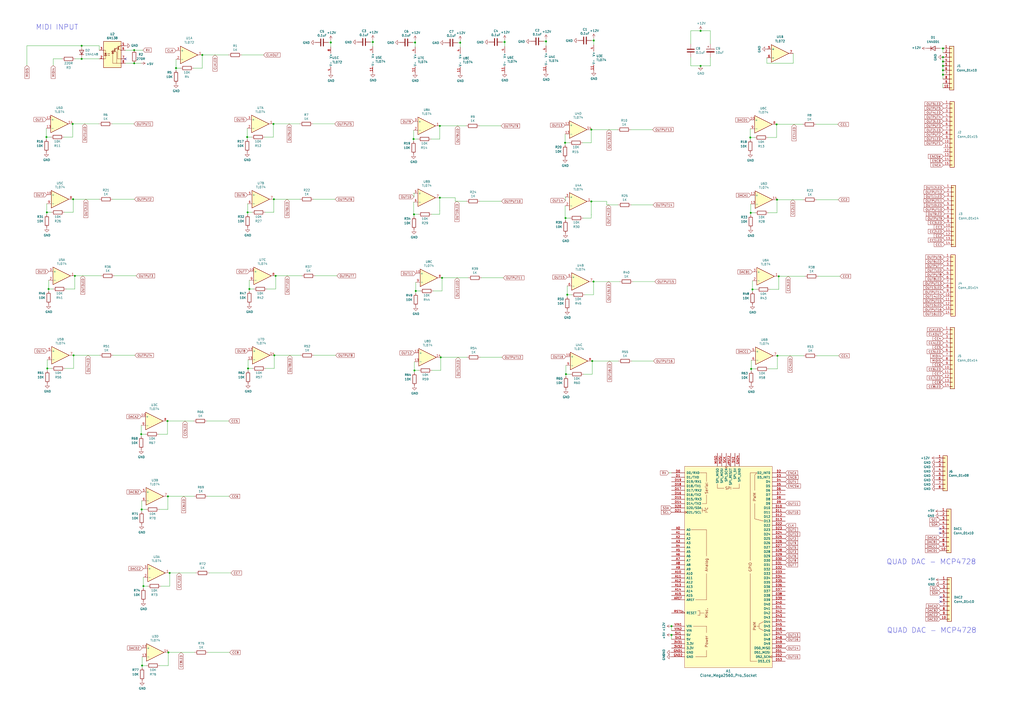
<source format=kicad_sch>
(kicad_sch (version 20230121) (generator eeschema)
  (paper "A2")
  (lib_symbols
    (symbol "Amplifier_Operational:TL072" (pin_names (offset 0.127))
      (property "Reference" "U" (at 0 5.08 0))
      (property "Value" "TL072" (at 0 -5.08 0))
      (symbol "TL072_1_1"
        (pin output line (at 7.62 0 180) (length 2.54) (name "~") (number "1"))
        (pin input line (at -7.62 -2.54 0) (length 2.54) (name "-") (number "2"))
        (pin input line (at -7.62 2.54 0) (length 2.54) (name "+") (number "3"))
      )
      (symbol "TL072_2_1"
        (pin input line (at -7.62 2.54 0) (length 2.54) (name "+") (number "5"))
        (pin input line (at -7.62 -2.54 0) (length 2.54) (name "-") (number "6"))
        (pin output line (at 7.62 0 180) (length 2.54) (name "~") (number "7"))
      )
      (symbol "TL072_3_1"
        (pin power_in line (at -2.54 -7.62 90) (length 3.81) (name "V-") (number "4"))
        (pin power_in line (at -2.54 7.62 270) (length 3.81) (name "V+") (number "8"))
      )
    )
    (symbol "Amplifier_Operational:TL074" (pin_names (offset 0.127))
      (property "Reference" "U" (at 0 5.08 0))
      (property "Value" "TL074" (at 0 -5.08 0))
      (symbol "TL074_1_1"
        (pin output line (at 7.62 0 180) (length 2.54) (name "~") (number "1"))
        (pin input line (at -7.62 -2.54 0) (length 2.54) (name "-") (number "2"))
        (pin input line (at -7.62 2.54 0) (length 2.54) (name "+") (number "3"))
      )
      (symbol "TL074_2_1"
        (pin input line (at -7.62 2.54 0) (length 2.54) (name "+") (number "5"))
        (pin input line (at -7.62 -2.54 0) (length 2.54) (name "-") (number "6"))
        (pin output line (at 7.62 0 180) (length 2.54) (name "~") (number "7"))
      )
      (symbol "TL074_3_1"
        (pin input line (at -7.62 2.54 0) (length 2.54) (name "+") (number "10"))
        (pin output line (at 7.62 0 180) (length 2.54) (name "~") (number "8"))
        (pin input line (at -7.62 -2.54 0) (length 2.54) (name "-") (number "9"))
      )
      (symbol "TL074_4_1"
        (pin input line (at -7.62 2.54 0) (length 2.54) (name "+") (number "12"))
        (pin input line (at -7.62 -2.54 0) (length 2.54) (name "-") (number "13"))
        (pin output line (at 7.62 0 180) (length 2.54) (name "~") (number "14"))
      )
      (symbol "TL074_5_1"
        (pin power_in line (at -2.54 -7.62 90) (length 3.81) (name "V-") (number "11"))
        (pin power_in line (at -2.54 7.62 270) (length 3.81) (name "V+") (number "4"))
      )
    )
    (symbol "Connector_Generic:Conn_01x08" (pin_names (offset 1.016) hide)
      (property "Reference" "J" (at 0 10.16 0))
      (property "Value" "Conn_01x08" (at 0 -12.7 0))
      (symbol "Conn_01x08_1_1"
        (pin passive line (at -5.08 7.62 0) (length 3.81) (name "Pin_1") (number "1"))
        (pin passive line (at -5.08 5.08 0) (length 3.81) (name "Pin_2") (number "2"))
        (pin passive line (at -5.08 2.54 0) (length 3.81) (name "Pin_3") (number "3"))
        (pin passive line (at -5.08 0 0) (length 3.81) (name "Pin_4") (number "4"))
        (pin passive line (at -5.08 -2.54 0) (length 3.81) (name "Pin_5") (number "5"))
        (pin passive line (at -5.08 -5.08 0) (length 3.81) (name "Pin_6") (number "6"))
        (pin passive line (at -5.08 -7.62 0) (length 3.81) (name "Pin_7") (number "7"))
        (pin passive line (at -5.08 -10.16 0) (length 3.81) (name "Pin_8") (number "8"))
      )
    )
    (symbol "Connector_Generic:Conn_01x10" (pin_names (offset 1.016) hide)
      (property "Reference" "J" (at 0 12.7 0))
      (property "Value" "Conn_01x10" (at 0 -15.24 0))
      (symbol "Conn_01x10_1_1"
        (pin passive line (at -5.08 10.16 0) (length 3.81) (name "Pin_1") (number "1"))
        (pin passive line (at -5.08 -12.7 0) (length 3.81) (name "Pin_10") (number "10"))
        (pin passive line (at -5.08 7.62 0) (length 3.81) (name "Pin_2") (number "2"))
        (pin passive line (at -5.08 5.08 0) (length 3.81) (name "Pin_3") (number "3"))
        (pin passive line (at -5.08 2.54 0) (length 3.81) (name "Pin_4") (number "4"))
        (pin passive line (at -5.08 0 0) (length 3.81) (name "Pin_5") (number "5"))
        (pin passive line (at -5.08 -2.54 0) (length 3.81) (name "Pin_6") (number "6"))
        (pin passive line (at -5.08 -5.08 0) (length 3.81) (name "Pin_7") (number "7"))
        (pin passive line (at -5.08 -7.62 0) (length 3.81) (name "Pin_8") (number "8"))
        (pin passive line (at -5.08 -10.16 0) (length 3.81) (name "Pin_9") (number "9"))
      )
    )
    (symbol "Connector_Generic:Conn_01x14" (pin_names (offset 1.016) hide)
      (property "Reference" "J" (at 0 17.78 0))
      (property "Value" "Conn_01x14" (at 0 -20.32 0))
      (symbol "Conn_01x14_1_1"
        (pin passive line (at -5.08 15.24 0) (length 3.81) (name "Pin_1") (number "1"))
        (pin passive line (at -5.08 -7.62 0) (length 3.81) (name "Pin_10") (number "10"))
        (pin passive line (at -5.08 -10.16 0) (length 3.81) (name "Pin_11") (number "11"))
        (pin passive line (at -5.08 -12.7 0) (length 3.81) (name "Pin_12") (number "12"))
        (pin passive line (at -5.08 -15.24 0) (length 3.81) (name "Pin_13") (number "13"))
        (pin passive line (at -5.08 -17.78 0) (length 3.81) (name "Pin_14") (number "14"))
        (pin passive line (at -5.08 12.7 0) (length 3.81) (name "Pin_2") (number "2"))
        (pin passive line (at -5.08 10.16 0) (length 3.81) (name "Pin_3") (number "3"))
        (pin passive line (at -5.08 7.62 0) (length 3.81) (name "Pin_4") (number "4"))
        (pin passive line (at -5.08 5.08 0) (length 3.81) (name "Pin_5") (number "5"))
        (pin passive line (at -5.08 2.54 0) (length 3.81) (name "Pin_6") (number "6"))
        (pin passive line (at -5.08 0 0) (length 3.81) (name "Pin_7") (number "7"))
        (pin passive line (at -5.08 -2.54 0) (length 3.81) (name "Pin_8") (number "8"))
        (pin passive line (at -5.08 -5.08 0) (length 3.81) (name "Pin_9") (number "9"))
      )
    )
    (symbol "Connector_Generic:Conn_01x15" (pin_names (offset 1.016) hide)
      (property "Reference" "J" (at 0 20.32 0))
      (property "Value" "Conn_01x15" (at 0 -20.32 0))
      (symbol "Conn_01x15_1_1"
        (pin passive line (at -5.08 17.78 0) (length 3.81) (name "Pin_1") (number "1"))
        (pin passive line (at -5.08 -5.08 0) (length 3.81) (name "Pin_10") (number "10"))
        (pin passive line (at -5.08 -7.62 0) (length 3.81) (name "Pin_11") (number "11"))
        (pin passive line (at -5.08 -10.16 0) (length 3.81) (name "Pin_12") (number "12"))
        (pin passive line (at -5.08 -12.7 0) (length 3.81) (name "Pin_13") (number "13"))
        (pin passive line (at -5.08 -15.24 0) (length 3.81) (name "Pin_14") (number "14"))
        (pin passive line (at -5.08 -17.78 0) (length 3.81) (name "Pin_15") (number "15"))
        (pin passive line (at -5.08 15.24 0) (length 3.81) (name "Pin_2") (number "2"))
        (pin passive line (at -5.08 12.7 0) (length 3.81) (name "Pin_3") (number "3"))
        (pin passive line (at -5.08 10.16 0) (length 3.81) (name "Pin_4") (number "4"))
        (pin passive line (at -5.08 7.62 0) (length 3.81) (name "Pin_5") (number "5"))
        (pin passive line (at -5.08 5.08 0) (length 3.81) (name "Pin_6") (number "6"))
        (pin passive line (at -5.08 2.54 0) (length 3.81) (name "Pin_7") (number "7"))
        (pin passive line (at -5.08 0 0) (length 3.81) (name "Pin_8") (number "8"))
        (pin passive line (at -5.08 -2.54 0) (length 3.81) (name "Pin_9") (number "9"))
      )
    )
    (symbol "Device:C" (pin_numbers hide) (pin_names (offset 0.254))
      (property "Reference" "C" (at 0.635 2.54 0))
      (property "Value" "C" (at 0.635 -2.54 0))
      (symbol "C_1_1"
        (pin passive line (at 0 3.81 270) (length 2.794) (name "~") (number "1"))
        (pin passive line (at 0 -3.81 90) (length 2.794) (name "~") (number "2"))
      )
    )
    (symbol "Device:R" (pin_numbers hide) (pin_names (offset 0))
      (property "Reference" "R" (at 2.032 0 90))
      (property "Value" "R" (at 0 0 90))
      (symbol "R_1_1"
        (pin passive line (at 0 3.81 270) (length 1.27) (name "~") (number "1"))
        (pin passive line (at 0 -3.81 90) (length 1.27) (name "~") (number "2"))
      )
    )
    (symbol "Diode:1N4001" (pin_numbers hide) (pin_names hide)
      (property "Reference" "D" (at 0 2.54 0))
      (property "Value" "1N4001" (at 0 -2.54 0))
      (symbol "1N4001_1_1"
        (pin passive line (at -3.81 0 0) (length 2.54) (name "K") (number "1"))
        (pin passive line (at 3.81 0 180) (length 2.54) (name "A") (number "2"))
      )
    )
    (symbol "Diode:1N4148" (pin_numbers hide) (pin_names hide)
      (property "Reference" "D" (at 0 2.54 0))
      (property "Value" "1N4148" (at 0 -2.54 0))
      (symbol "1N4148_1_1"
        (pin passive line (at -3.81 0 0) (length 2.54) (name "K") (number "1"))
        (pin passive line (at 3.81 0 180) (length 2.54) (name "A") (number "2"))
      )
    )
    (symbol "Isolator:6N138" (pin_names (offset 1.016) hide)
      (property "Reference" "U" (at -4.064 8.89 0))
      (property "Value" "6N138" (at 2.286 8.89 0))
      (symbol "6N138_1_1"
        (pin no_connect line (at -5.08 5.08 0) (length 2.54) hide (name "NC") (number "1"))
        (pin passive line (at -7.62 2.54 0) (length 2.54) (name "C1") (number "2"))
        (pin passive line (at -7.62 -2.54 0) (length 2.54) (name "C2") (number "3"))
        (pin no_connect line (at -5.08 -5.08 0) (length 2.54) hide (name "NC") (number "4"))
        (pin passive line (at 7.62 -5.08 180) (length 2.54) (name "GND") (number "5"))
        (pin passive line (at 7.62 -2.54 180) (length 2.54) (name "VO2") (number "6"))
        (pin passive line (at 7.62 2.54 180) (length 2.54) (name "VO1") (number "7"))
        (pin passive line (at 7.62 5.08 180) (length 2.54) (name "VCC") (number "8"))
      )
    )
    (symbol "arduino-library:Clone_Mega2560_Pro_Socket" (pin_names (offset 1.016))
      (property "Reference" "A" (at 0 -62.23 0))
      (property "Value" "Clone_Mega2560_Pro_Socket" (at 0 -66.04 0))
      (symbol "Clone_Mega2560_Pro_Socket_0_0"
        (text "Analog" (at -12.7 1.27 900) (effects (font (size 1.524 1.524))))
        (text "I²C" (at -12.7 33.02 900) (effects (font (size 1.524 1.524))))
        (text "Misc." (at -12.7 -26.67 900) (effects (font (size 1.524 1.524))))
        (text "Power" (at -12.7 -43.18 900) (effects (font (size 1.524 1.524))))
        (text "PWM" (at 15.24 -34.29 900) (effects (font (size 1.524 1.524))))
        (text "PWM" (at 15.24 40.64 900) (effects (font (size 1.524 1.524))))
        (text "Serial" (at -12.7 45.72 900) (effects (font (size 1.524 1.524))))
        (text "SPI" (at 0 45.72 0) (effects (font (size 1.524 1.524))))
      )
      (symbol "Clone_Mega2560_Pro_Socket_1_0"
        (text "GPIO" (at 12.7 0 900) (effects (font (size 1.524 1.524))))
      )
      (symbol "Clone_Mega2560_Pro_Socket_1_1"
        (pin power_out line (at -33.02 -44.45 0) (length 7.62) (name "3.3V") (number "3V31"))
        (pin power_out line (at -33.02 -46.99 0) (length 7.62) (name "3.3V") (number "3V32"))
        (pin power_in line (at -33.02 -39.37 0) (length 7.62) (name "5V") (number "5V1"))
        (pin power_in line (at 3.81 66.04 270) (length 7.62) (name "SPI_5V") (number "5V2"))
        (pin power_in line (at -33.02 -41.91 0) (length 7.62) (name "5V") (number "5V3"))
        (pin bidirectional line (at -33.02 21.59 0) (length 7.62) (name "A0") (number "A0"))
        (pin bidirectional line (at -33.02 19.05 0) (length 7.62) (name "A1") (number "A1"))
        (pin bidirectional line (at -33.02 -3.81 0) (length 7.62) (name "A10") (number "A10"))
        (pin bidirectional line (at -33.02 -6.35 0) (length 7.62) (name "A11") (number "A11"))
        (pin bidirectional line (at -33.02 -8.89 0) (length 7.62) (name "A12") (number "A12"))
        (pin bidirectional line (at -33.02 -11.43 0) (length 7.62) (name "A13") (number "A13"))
        (pin bidirectional line (at -33.02 -13.97 0) (length 7.62) (name "A14") (number "A14"))
        (pin bidirectional line (at -33.02 -16.51 0) (length 7.62) (name "A15") (number "A15"))
        (pin bidirectional line (at -33.02 16.51 0) (length 7.62) (name "A2") (number "A2"))
        (pin bidirectional line (at -33.02 13.97 0) (length 7.62) (name "A3") (number "A3"))
        (pin bidirectional line (at -33.02 11.43 0) (length 7.62) (name "A4") (number "A4"))
        (pin bidirectional line (at -33.02 8.89 0) (length 7.62) (name "A5") (number "A5"))
        (pin bidirectional line (at -33.02 6.35 0) (length 7.62) (name "A6") (number "A6"))
        (pin bidirectional line (at -33.02 3.81 0) (length 7.62) (name "A7") (number "A7"))
        (pin bidirectional line (at -33.02 1.27 0) (length 7.62) (name "A8") (number "A8"))
        (pin bidirectional line (at -33.02 -1.27 0) (length 7.62) (name "A9") (number "A9"))
        (pin input line (at -33.02 -19.05 0) (length 7.62) (name "AREF") (number "AREF"))
        (pin bidirectional line (at -33.02 54.61 0) (length 7.62) (name "D0/RX0") (number "D0"))
        (pin bidirectional line (at -33.02 52.07 0) (length 7.62) (name "D1/TX0") (number "D1"))
        (pin bidirectional line (at 33.02 34.29 180) (length 7.62) (name "D10") (number "D10"))
        (pin bidirectional line (at 33.02 31.75 180) (length 7.62) (name "D11") (number "D11"))
        (pin bidirectional line (at 33.02 29.21 180) (length 7.62) (name "D12") (number "D12"))
        (pin bidirectional line (at 33.02 26.67 180) (length 7.62) (name "D13") (number "D13"))
        (pin bidirectional line (at -33.02 36.83 0) (length 7.62) (name "D14/TX3") (number "D14"))
        (pin bidirectional line (at -33.02 39.37 0) (length 7.62) (name "D15/RX3") (number "D15"))
        (pin bidirectional line (at -33.02 41.91 0) (length 7.62) (name "D16/TX2") (number "D16"))
        (pin bidirectional line (at -33.02 44.45 0) (length 7.62) (name "D17/RX2") (number "D17"))
        (pin bidirectional line (at -33.02 46.99 0) (length 7.62) (name "D18/TX1") (number "D18"))
        (pin bidirectional line (at -33.02 49.53 0) (length 7.62) (name "D19/RX1") (number "D19"))
        (pin bidirectional line (at 33.02 54.61 180) (length 7.62) (name "D2_INT0") (number "D2"))
        (pin bidirectional line (at -33.02 34.29 0) (length 7.62) (name "D20/SDA") (number "D20"))
        (pin bidirectional clock (at -33.02 31.75 0) (length 7.62) (name "D21/SCL") (number "D21"))
        (pin bidirectional line (at 33.02 24.13 180) (length 7.62) (name "D22") (number "D22"))
        (pin bidirectional line (at 33.02 21.59 180) (length 7.62) (name "D23") (number "D23"))
        (pin bidirectional line (at 33.02 19.05 180) (length 7.62) (name "D24") (number "D24"))
        (pin bidirectional line (at 33.02 16.51 180) (length 7.62) (name "D25") (number "D25"))
        (pin bidirectional line (at 33.02 13.97 180) (length 7.62) (name "D26") (number "D26"))
        (pin bidirectional line (at 33.02 11.43 180) (length 7.62) (name "D27") (number "D27"))
        (pin bidirectional line (at 33.02 8.89 180) (length 7.62) (name "D28") (number "D28"))
        (pin bidirectional line (at 33.02 6.35 180) (length 7.62) (name "D29") (number "D29"))
        (pin bidirectional line (at 33.02 52.07 180) (length 7.62) (name "D3_INT1") (number "D3"))
        (pin bidirectional line (at 33.02 3.81 180) (length 7.62) (name "D30") (number "D30"))
        (pin bidirectional line (at 33.02 1.27 180) (length 7.62) (name "D31") (number "D31"))
        (pin bidirectional line (at 33.02 -1.27 180) (length 7.62) (name "D32") (number "D32"))
        (pin bidirectional line (at 33.02 -3.81 180) (length 7.62) (name "D33") (number "D33"))
        (pin bidirectional line (at 33.02 -6.35 180) (length 7.62) (name "D34") (number "D34"))
        (pin bidirectional line (at 33.02 -8.89 180) (length 7.62) (name "D35") (number "D35"))
        (pin bidirectional line (at 33.02 -11.43 180) (length 7.62) (name "D36") (number "D36"))
        (pin bidirectional line (at 33.02 -13.97 180) (length 7.62) (name "D37") (number "D37"))
        (pin bidirectional line (at 33.02 -16.51 180) (length 7.62) (name "D38") (number "D38"))
        (pin bidirectional line (at 33.02 -19.05 180) (length 7.62) (name "D39") (number "D39"))
        (pin bidirectional line (at 33.02 49.53 180) (length 7.62) (name "D4") (number "D4"))
        (pin bidirectional line (at 33.02 -21.59 180) (length 7.62) (name "D40") (number "D40"))
        (pin bidirectional line (at 33.02 -24.13 180) (length 7.62) (name "D41") (number "D41"))
        (pin bidirectional line (at 33.02 -26.67 180) (length 7.62) (name "D42") (number "D42"))
        (pin bidirectional line (at 33.02 -29.21 180) (length 7.62) (name "D43") (number "D43"))
        (pin bidirectional line (at 33.02 -31.75 180) (length 7.62) (name "D44") (number "D44"))
        (pin bidirectional line (at 33.02 -34.29 180) (length 7.62) (name "D45") (number "D45"))
        (pin bidirectional line (at 33.02 -36.83 180) (length 7.62) (name "D46") (number "D46"))
        (pin bidirectional line (at 33.02 -39.37 180) (length 7.62) (name "D47") (number "D47"))
        (pin bidirectional line (at 33.02 -41.91 180) (length 7.62) (name "D48") (number "D48"))
        (pin bidirectional line (at 33.02 -44.45 180) (length 7.62) (name "D49") (number "D49"))
        (pin bidirectional line (at 33.02 46.99 180) (length 7.62) (name "D5") (number "D5"))
        (pin bidirectional line (at 33.02 -46.99 180) (length 7.62) (name "D50_MISO") (number "D50"))
        (pin bidirectional line (at 33.02 -49.53 180) (length 7.62) (name "D51_MOSI") (number "D51"))
        (pin bidirectional clock (at 33.02 -52.07 180) (length 7.62) (name "D52_SCK") (number "D52"))
        (pin bidirectional line (at 33.02 -54.61 180) (length 7.62) (name "D53_CS") (number "D53"))
        (pin bidirectional line (at 33.02 44.45 180) (length 7.62) (name "D6") (number "D6"))
        (pin bidirectional line (at 33.02 41.91 180) (length 7.62) (name "D7") (number "D7"))
        (pin bidirectional line (at 33.02 39.37 180) (length 7.62) (name "D8") (number "D8"))
        (pin bidirectional line (at 33.02 36.83 180) (length 7.62) (name "D9") (number "D9"))
        (pin power_in line (at -33.02 -49.53 0) (length 7.62) (name "GND") (number "GND1"))
        (pin power_in line (at -33.02 -52.07 0) (length 7.62) (name "GND") (number "GND2"))
        (pin power_in line (at 6.35 66.04 270) (length 7.62) (name "SPI_GND") (number "GND4"))
        (pin input line (at -6.35 66.04 270) (length 7.62) (name "SPI_MISO") (number "MISO"))
        (pin output line (at -3.81 66.04 270) (length 7.62) (name "SPI_MOSI") (number "MOSI"))
        (pin open_collector input_low (at -33.02 -26.67 0) (length 7.62) (name "RESET") (number "RST1"))
        (pin open_collector input_low (at 1.27 66.04 270) (length 7.62) (name "SPI_RESET") (number "RST2"))
        (pin output clock (at -1.27 66.04 270) (length 7.62) (name "SPI_SCK") (number "SCK"))
        (pin power_in line (at -33.02 -34.29 0) (length 7.62) (name "VIN") (number "VIN1"))
        (pin power_in line (at -33.02 -36.83 0) (length 7.62) (name "VIN") (number "VIN2"))
      )
    )
    (symbol "midi2cvProc-rescue:CP-Device" (pin_numbers hide) (pin_names (offset 0.254))
      (property "Reference" "C" (at 0.635 2.54 0))
      (property "Value" "Device_CP" (at 0.635 -2.54 0))
      (symbol "CP-Device_1_1"
        (pin passive line (at 0 3.81 270) (length 2.794) (name "~") (number "1"))
        (pin passive line (at 0 -3.81 90) (length 2.794) (name "~") (number "2"))
      )
    )
    (symbol "power:+12V" (power) (pin_names (offset 0))
      (property "Value" "+12V" (at 0 3.556 0))
      (symbol "+12V_1_1"
        (pin power_in line (at 0 0 90) (length 0) hide (name "+12V") (number "1"))
      )
    )
    (symbol "power:+5V" (power) (pin_names (offset 0))
      (property "Value" "+5V" (at 0 3.556 0))
      (symbol "+5V_1_1"
        (pin power_in line (at 0 0 90) (length 0) hide (name "+5V") (number "1"))
      )
    )
    (symbol "power:GND" (power) (pin_names (offset 0))
      (property "Value" "GND" (at 0 -3.81 0))
      (symbol "GND_1_1"
        (pin power_in line (at 0 0 270) (length 0) hide (name "GND") (number "1"))
      )
    )
  )
  (junction (at 143.637 123.19))
  (junction (at 255.651 207.264))
  (junction (at 450.723 115.824))
  (junction (at 546.989 35.687))
  (junction (at 240.792 24.638))
  (junction (at 159.131 206.121))
  (junction (at 435.229 79.756))
  (junction (at 255.143 73.025))
  (junction (at 216.281 24.384))
  (junction (at 316.738 24.003))
  (junction (at 292.735 24.384))
  (junction (at 27.178 123.19))
  (junction (at 450.469 72.136))
  (junction (at 158.623 71.882))
  (junction (at 42.164 71.882))
  (junction (at 546.989 38.227))
  (junction (at 82.169 295.529))
  (junction (at 26.924 79.502))
  (junction (at 28.194 167.64))
  (junction (at 42.418 115.57))
  (junction (at 546.989 28.067))
  (junction (at 43.434 160.02))
  (junction (at 77.851 36.703))
  (junction (at 143.891 213.741))
  (junction (at 344.424 23.495))
  (junction (at 97.409 287.909))
  (junction (at 159.893 160.02))
  (junction (at 266.954 24.765))
  (junction (at 83.185 339.979))
  (junction (at 328.041 126.492))
  (junction (at 191.897 24.638))
  (junction (at 98.425 332.359))
  (junction (at 343.027 116.84))
  (junction (at 344.297 163.322))
  (junction (at 143.383 79.502))
  (junction (at 240.411 214.884))
  (junction (at 81.915 251.841))
  (junction (at 255.143 114.681))
  (junction (at 389.509 368.3))
  (junction (at 328.295 217.043))
  (junction (at 47.371 26.543))
  (junction (at 158.877 115.57))
  (junction (at 546.989 33.147))
  (junction (at 241.173 168.783))
  (junction (at 27.432 213.741))
  (junction (at 343.027 75.184))
  (junction (at 343.535 209.423))
  (junction (at 389.509 363.22))
  (junction (at 546.989 40.767))
  (junction (at 240.157 124.333))
  (junction (at 436.499 167.894))
  (junction (at 327.787 82.804))
  (junction (at 144.653 167.64))
  (junction (at 47.371 34.163))
  (junction (at 102.108 39.497))
  (junction (at 435.483 123.444))
  (junction (at 546.989 43.307))
  (junction (at 451.739 160.274))
  (junction (at 77.851 29.083))
  (junction (at 256.413 161.163))
  (junction (at 450.977 206.375))
  (junction (at 97.155 244.221))
  (junction (at 82.423 386.08))
  (junction (at 406.4 17.907))
  (junction (at 329.057 170.942))
  (junction (at 435.737 213.995))
  (junction (at 117.348 31.877))
  (junction (at 97.663 378.46))
  (junction (at 406.4 38.227))
  (junction (at 42.672 206.121))
  (junction (at 239.903 80.645))
  (no_connect (at 545.338 306.705))
  (no_connect (at 545.338 309.245))
  (no_connect (at 545.592 346.456))
  (no_connect (at 545.592 348.996))
  (no_connect (at 72.771 34.163))
  (wire (pts (xy 351.917 116.84) (xy 343.027 116.84)))
  (wire (pts (xy 57.531 34.163) (xy 47.371 34.163)))
  (wire (pts (xy 97.663 386.08) (xy 97.663 378.46)))
  (wire (pts (xy 290.957 116.713) (xy 278.257 116.713)))
  (wire (pts (xy 97.155 244.221) (xy 112.395 244.221)))
  (wire (pts (xy 412.115 17.907) (xy 406.4 17.907)))
  (wire (pts (xy 37.592 213.741) (xy 42.672 213.741)))
  (wire (pts (xy 327.787 84.074) (xy 327.787 82.804)))
  (wire (pts (xy 256.413 168.783) (xy 256.413 161.163)))
  (wire (pts (xy 445.643 123.444) (xy 450.723 123.444)))
  (wire (pts (xy 406.4 38.227) (xy 400.685 38.227)))
  (wire (pts (xy 143.637 124.46) (xy 143.637 123.19)))
  (wire (pts (xy 450.723 115.824) (xy 465.963 115.824)))
  (wire (pts (xy 146.177 123.19) (xy 143.637 123.19)))
  (wire (pts (xy 133.985 332.359) (xy 121.285 332.359)))
  (wire (pts (xy 77.724 71.882) (xy 65.024 71.882)))
  (wire (pts (xy 159.131 213.741) (xy 159.131 206.121)))
  (wire (pts (xy 342.9 126.492) (xy 338.201 126.492)))
  (wire (pts (xy 450.977 213.995) (xy 450.977 206.375)))
  (wire (pts (xy 117.348 39.497) (xy 117.348 31.877)))
  (wire (pts (xy 97.155 251.841) (xy 97.155 244.221)))
  (wire (pts (xy 291.465 24.384) (xy 292.735 24.384)))
  (wire (pts (xy 104.648 39.497) (xy 102.108 39.497)))
  (wire (pts (xy 143.637 123.19) (xy 143.637 118.11)))
  (wire (pts (xy 438.023 123.444) (xy 435.483 123.444)))
  (wire (pts (xy 436.499 167.894) (xy 436.499 162.814)))
  (wire (pts (xy 42.164 79.502) (xy 42.164 71.882)))
  (wire (pts (xy 546.989 38.227) (xy 546.989 40.767)))
  (wire (pts (xy 77.851 29.083) (xy 72.771 29.083)))
  (wire (pts (xy 143.891 213.741) (xy 143.891 208.661)))
  (wire (pts (xy 241.173 170.053) (xy 241.173 168.783)))
  (wire (pts (xy 30.734 167.64) (xy 28.194 167.64)))
  (wire (pts (xy 84.455 251.841) (xy 81.915 251.841)))
  (wire (pts (xy 351.917 118.872) (xy 358.521 118.872)))
  (wire (pts (xy 84.709 295.529) (xy 82.169 295.529)))
  (wire (pts (xy 412.115 25.527) (xy 412.115 17.907)))
  (wire (pts (xy 546.989 28.067) (xy 546.989 30.607)))
  (wire (pts (xy 243.713 168.783) (xy 241.173 168.783)))
  (wire (pts (xy 102.108 39.497) (xy 102.108 34.417)))
  (wire (pts (xy 316.738 24.003) (xy 316.738 22.733)))
  (wire (pts (xy 191.897 27.178) (xy 191.897 24.638)))
  (wire (pts (xy 146.431 213.741) (xy 143.891 213.741)))
  (wire (pts (xy 292.735 24.384) (xy 292.735 23.114)))
  (wire (pts (xy 438.277 213.995) (xy 435.737 213.995)))
  (wire (pts (xy 82.169 296.799) (xy 82.169 295.529)))
  (wire (pts (xy 546.989 43.307) (xy 546.989 45.847)))
  (wire (pts (xy 153.543 79.502) (xy 158.623 79.502)))
  (wire (pts (xy 486.029 72.136) (xy 473.329 72.136)))
  (wire (pts (xy 251.333 168.783) (xy 256.413 168.783)))
  (wire (pts (xy 436.499 169.164) (xy 436.499 167.894)))
  (wire (pts (xy 143.383 79.502) (xy 143.383 74.422)))
  (wire (pts (xy 153.797 123.19) (xy 158.877 123.19)))
  (wire (pts (xy 329.057 172.212) (xy 329.057 170.942)))
  (wire (pts (xy 290.703 73.025) (xy 278.003 73.025)))
  (wire (pts (xy 264.033 114.681) (xy 255.143 114.681)))
  (wire (pts (xy 28.194 168.91) (xy 28.194 167.64)))
  (wire (pts (xy 190.627 24.638) (xy 191.897 24.638)))
  (wire (pts (xy 328.295 218.313) (xy 328.295 217.043)))
  (wire (pts (xy 387.985 274.32) (xy 389.509 274.32)))
  (wire (pts (xy 242.697 124.333) (xy 240.157 124.333)))
  (wire (pts (xy 344.297 170.942) (xy 344.297 163.322)))
  (wire (pts (xy 344.424 26.035) (xy 344.424 23.495)))
  (wire (pts (xy 158.623 71.882) (xy 173.863 71.882)))
  (wire (pts (xy 327.787 126.492) (xy 327.787 119.38)))
  (wire (pts (xy 242.443 80.645) (xy 239.903 80.645)))
  (wire (pts (xy 445.897 213.995) (xy 450.977 213.995)))
  (wire (pts (xy 412.115 38.227) (xy 406.4 38.227)))
  (wire (pts (xy 264.033 114.681) (xy 264.033 116.713)))
  (wire (pts (xy 330.327 82.804) (xy 327.787 82.804)))
  (wire (pts (xy 30.861 37.973) (xy 30.861 34.163)))
  (wire (pts (xy 329.057 170.942) (xy 329.057 165.862)))
  (wire (pts (xy 154.051 213.741) (xy 159.131 213.741)))
  (wire (pts (xy 42.672 206.121) (xy 57.912 206.121)))
  (wire (pts (xy 241.173 168.783) (xy 241.173 163.703)))
  (wire (pts (xy 82.169 295.529) (xy 82.169 290.449)))
  (wire (pts (xy 158.877 123.19) (xy 158.877 115.57)))
  (wire (pts (xy 239.522 24.638) (xy 240.792 24.638)))
  (wire (pts (xy 191.897 24.638) (xy 191.897 23.368)))
  (wire (pts (xy 43.561 34.163) (xy 47.371 34.163)))
  (wire (pts (xy 342.9 124.46) (xy 343.027 124.46)))
  (wire (pts (xy 26.924 79.502) (xy 26.924 74.422)))
  (wire (pts (xy 327.787 82.804) (xy 327.787 77.724)))
  (wire (pts (xy 487.299 160.274) (xy 474.599 160.274)))
  (wire (pts (xy 435.737 215.265) (xy 435.737 213.995)))
  (wire (pts (xy 37.084 79.502) (xy 42.164 79.502)))
  (wire (pts (xy 78.232 206.121) (xy 65.532 206.121)))
  (wire (pts (xy 97.409 287.909) (xy 112.649 287.909)))
  (wire (pts (xy 29.718 123.19) (xy 27.178 123.19)))
  (wire (pts (xy 43.434 167.64) (xy 43.434 160.02)))
  (wire (pts (xy 330.835 217.043) (xy 328.295 217.043)))
  (wire (pts (xy 545.084 28.067) (xy 546.989 28.067)))
  (wire (pts (xy 546.989 48.387) (xy 546.989 50.927)))
  (wire (pts (xy 389.509 363.22) (xy 389.509 365.76)))
  (wire (pts (xy 378.587 75.184) (xy 365.887 75.184)))
  (wire (pts (xy 255.143 80.645) (xy 255.143 73.025)))
  (wire (pts (xy 132.969 287.909) (xy 120.269 287.909)))
  (wire (pts (xy 158.623 79.502) (xy 158.623 71.882)))
  (wire (pts (xy 435.229 79.756) (xy 435.229 74.676)))
  (wire (pts (xy 159.893 160.02) (xy 175.133 160.02)))
  (wire (pts (xy 57.531 26.543) (xy 47.371 26.543)))
  (wire (pts (xy 315.468 24.003) (xy 316.738 24.003)))
  (wire (pts (xy 159.131 206.121) (xy 174.371 206.121)))
  (wire (pts (xy 291.973 161.163) (xy 279.273 161.163)))
  (wire (pts (xy 379.857 163.322) (xy 367.157 163.322)))
  (wire (pts (xy 339.217 170.942) (xy 344.297 170.942)))
  (wire (pts (xy 242.951 214.884) (xy 240.411 214.884)))
  (wire (pts (xy 42.418 115.57) (xy 57.658 115.57)))
  (wire (pts (xy 215.011 24.384) (xy 216.281 24.384)))
  (wire (pts (xy 145.923 79.502) (xy 143.383 79.502)))
  (wire (pts (xy 546.989 40.767) (xy 546.989 43.307)))
  (wire (pts (xy 216.281 24.384) (xy 216.281 23.114)))
  (wire (pts (xy 194.437 115.57) (xy 181.737 115.57)))
  (wire (pts (xy 84.963 386.08) (xy 82.423 386.08)))
  (wire (pts (xy 27.178 124.46) (xy 27.178 123.19)))
  (wire (pts (xy 389.509 368.3) (xy 389.509 370.84)))
  (wire (pts (xy 343.027 75.184) (xy 358.267 75.184)))
  (wire (pts (xy 81.661 36.703) (xy 77.851 36.703)))
  (wire (pts (xy 81.915 253.111) (xy 81.915 251.841)))
  (wire (pts (xy 444.881 33.528) (xy 444.881 36.703)))
  (wire (pts (xy 147.193 167.64) (xy 144.653 167.64)))
  (wire (pts (xy 250.571 214.884) (xy 255.651 214.884)))
  (wire (pts (xy 378.841 118.872) (xy 366.141 118.872)))
  (wire (pts (xy 132.715 244.221) (xy 120.015 244.221)))
  (wire (pts (xy 92.075 251.841) (xy 97.155 251.841)))
  (wire (pts (xy 450.469 79.756) (xy 450.469 72.136)))
  (wire (pts (xy 328.041 127.762) (xy 328.041 126.492)))
  (wire (pts (xy 435.737 213.995) (xy 435.737 208.915)))
  (wire (pts (xy 240.792 24.638) (xy 240.792 23.368)))
  (wire (pts (xy 81.915 251.841) (xy 81.915 246.761)))
  (wire (pts (xy 250.063 80.645) (xy 255.143 80.645)))
  (wire (pts (xy 26.924 80.772) (xy 26.924 79.502)))
  (wire (pts (xy 117.348 31.877) (xy 132.588 31.877)))
  (wire (pts (xy 546.989 35.687) (xy 546.989 38.227)))
  (wire (pts (xy 85.725 339.979) (xy 83.185 339.979)))
  (wire (pts (xy 437.769 79.756) (xy 435.229 79.756)))
  (wire (pts (xy 77.978 115.57) (xy 65.278 115.57)))
  (wire (pts (xy 83.185 339.979) (xy 83.185 334.899)))
  (wire (pts (xy 338.455 217.043) (xy 343.535 217.043)))
  (wire (pts (xy 194.183 71.882) (xy 181.483 71.882)))
  (wire (pts (xy 328.041 114.3) (xy 328.041 116.332)))
  (wire (pts (xy 35.941 34.163) (xy 30.861 34.163)))
  (wire (pts (xy 265.684 24.765) (xy 266.954 24.765)))
  (wire (pts (xy 256.413 161.163) (xy 271.653 161.163)))
  (wire (pts (xy 144.653 168.91) (xy 144.653 167.64)))
  (wire (pts (xy 343.535 217.043) (xy 343.535 209.423)))
  (wire (pts (xy 98.425 332.359) (xy 113.665 332.359)))
  (wire (pts (xy 92.329 295.529) (xy 97.409 295.529)))
  (wire (pts (xy 42.672 213.741) (xy 42.672 206.121)))
  (wire (pts (xy 435.483 123.444) (xy 435.483 118.364)))
  (wire (pts (xy 451.739 167.894) (xy 451.739 160.274)))
  (wire (pts (xy 159.893 167.64) (xy 159.893 160.02)))
  (wire (pts (xy 342.9 124.46) (xy 342.9 126.492)))
  (wire (pts (xy 38.354 167.64) (xy 43.434 167.64)))
  (wire (pts (xy 82.423 387.35) (xy 82.423 386.08)))
  (wire (pts (xy 216.281 26.924) (xy 216.281 24.384)))
  (wire (pts (xy 486.283 115.824) (xy 473.583 115.824)))
  (wire (pts (xy 435.229 81.026) (xy 435.229 79.756)))
  (wire (pts (xy 240.411 214.884) (xy 240.411 209.804)))
  (wire (pts (xy 98.425 339.979) (xy 98.425 332.359)))
  (wire (pts (xy 42.418 123.19) (xy 42.418 115.57)))
  (wire (pts (xy 255.016 122.301) (xy 255.016 124.333)))
  (wire (pts (xy 239.903 81.915) (xy 239.903 80.645)))
  (wire (pts (xy 239.903 80.645) (xy 239.903 75.565)))
  (wire (pts (xy 240.792 27.178) (xy 240.792 24.638)))
  (wire (pts (xy 29.972 213.741) (xy 27.432 213.741)))
  (wire (pts (xy 77.851 36.703) (xy 72.771 36.703)))
  (wire (pts (xy 351.917 116.84) (xy 351.917 118.872)))
  (wire (pts (xy 194.691 206.121) (xy 181.991 206.121)))
  (wire (pts (xy 292.735 26.924) (xy 292.735 24.384)))
  (wire (pts (xy 240.157 112.141) (xy 240.157 114.173)))
  (wire (pts (xy 255.143 122.301) (xy 255.143 114.681)))
  (wire (pts (xy 327.787 126.492) (xy 328.041 126.492)))
  (wire (pts (xy 328.295 217.043) (xy 328.295 211.963)))
  (wire (pts (xy 27.432 215.011) (xy 27.432 213.741)))
  (wire (pts (xy 143.383 80.772) (xy 143.383 79.502)))
  (wire (pts (xy 255.016 124.333) (xy 250.317 124.333)))
  (wire (pts (xy 327.787 114.3) (xy 328.041 114.3)))
  (wire (pts (xy 450.723 123.444) (xy 450.723 115.824)))
  (wire (pts (xy 83.185 341.249) (xy 83.185 339.979)))
  (wire (pts (xy 400.685 33.147) (xy 400.685 38.227)))
  (wire (pts (xy 195.453 160.02) (xy 182.753 160.02)))
  (wire (pts (xy 406.4 17.907) (xy 400.685 17.907)))
  (wire (pts (xy 27.178 123.19) (xy 27.178 118.11)))
  (wire (pts (xy 57.531 29.083) (xy 57.531 26.543)))
  (wire (pts (xy 444.881 36.703) (xy 460.121 36.703)))
  (wire (pts (xy 255.016 122.301) (xy 255.143 122.301)))
  (wire (pts (xy 450.469 72.136) (xy 465.709 72.136)))
  (wire (pts (xy 337.947 82.804) (xy 343.027 82.804)))
  (wire (pts (xy 255.651 214.884) (xy 255.651 207.264)))
  (wire (pts (xy 343.027 82.804) (xy 343.027 75.184)))
  (wire (pts (xy 102.108 40.767) (xy 102.108 39.497)))
  (wire (pts (xy 486.537 206.375) (xy 473.837 206.375)))
  (wire (pts (xy 143.891 215.011) (xy 143.891 213.741)))
  (wire (pts (xy 344.424 23.495) (xy 344.424 22.225)))
  (wire (pts (xy 93.345 339.979) (xy 98.425 339.979)))
  (wire (pts (xy 37.338 123.19) (xy 42.418 123.19)))
  (wire (pts (xy 27.432 213.741) (xy 27.432 208.661)))
  (wire (pts (xy 97.663 378.46) (xy 112.903 378.46)))
  (wire (pts (xy 412.115 33.147) (xy 412.115 38.227)))
  (wire (pts (xy 43.434 160.02) (xy 58.674 160.02)))
  (wire (pts (xy 379.095 209.423) (xy 366.395 209.423)))
  (wire (pts (xy 133.223 378.46) (xy 120.523 378.46)))
  (wire (pts (xy 239.903 124.333) (xy 239.903 117.221)))
  (wire (pts (xy 451.739 160.274) (xy 466.979 160.274)))
  (wire (pts (xy 239.903 112.141) (xy 240.157 112.141)))
  (wire (pts (xy 82.423 386.08) (xy 82.423 381)))
  (wire (pts (xy 439.039 167.894) (xy 436.499 167.894)))
  (wire (pts (xy 154.813 167.64) (xy 159.893 167.64)))
  (wire (pts (xy 255.651 207.264) (xy 270.891 207.264)))
  (wire (pts (xy 82.931 29.083) (xy 77.851 29.083)))
  (wire (pts (xy 450.977 206.375) (xy 466.217 206.375)))
  (wire (pts (xy 144.653 167.64) (xy 144.653 162.56)))
  (wire (pts (xy 445.389 79.756) (xy 450.469 79.756)))
  (wire (pts (xy 239.903 124.333) (xy 240.157 124.333)))
  (wire (pts (xy 343.027 124.46) (xy 343.027 116.84)))
  (wire (pts (xy 97.409 295.529) (xy 97.409 287.909)))
  (wire (pts (xy 331.597 170.942) (xy 329.057 170.942)))
  (wire (pts (xy 264.033 116.713) (xy 270.637 116.713)))
  (wire (pts (xy 266.954 24.765) (xy 266.954 23.495)))
  (wire (pts (xy 343.154 23.495) (xy 344.424 23.495)))
  (wire (pts (xy 29.464 79.502) (xy 26.924 79.502)))
  (wire (pts (xy 152.908 31.877) (xy 140.208 31.877)))
  (wire (pts (xy 546.989 33.147) (xy 546.989 35.687)))
  (wire (pts (xy 42.164 71.882) (xy 57.404 71.882)))
  (wire (pts (xy 15.621 26.543) (xy 15.621 37.973)))
  (wire (pts (xy 316.738 26.543) (xy 316.738 24.003)))
  (wire (pts (xy 28.194 167.64) (xy 28.194 162.56)))
  (wire (pts (xy 240.411 216.154) (xy 240.411 214.884)))
  (wire (pts (xy 112.268 39.497) (xy 117.348 39.497)))
  (wire (pts (xy 158.877 115.57) (xy 174.117 115.57)))
  (wire (pts (xy 291.211 207.264) (xy 278.511 207.264)))
  (wire (pts (xy 78.994 160.02) (xy 66.294 160.02)))
  (wire (pts (xy 343.535 209.423) (xy 358.775 209.423)))
  (wire (pts (xy 344.297 163.322) (xy 359.537 163.322)))
  (wire (pts (xy 460.121 36.703) (xy 460.121 30.988)))
  (wire (pts (xy 446.659 167.894) (xy 451.739 167.894)))
  (wire (pts (xy 400.685 25.527) (xy 400.685 17.907)))
  (wire (pts (xy 330.581 126.492) (xy 328.041 126.492)))
  (wire (pts (xy 47.371 26.543) (xy 15.621 26.543)))
  (wire (pts (xy 240.157 125.603) (xy 240.157 124.333)))
  (wire (pts (xy 435.483 124.714) (xy 435.483 123.444)))
  (wire (pts (xy 92.583 386.08) (xy 97.663 386.08)))
  (wire (pts (xy 255.143 73.025) (xy 270.383 73.025)))
  (wire (pts (xy 266.954 27.305) (xy 266.954 24.765)))
  (text "QUAD DAC - MCP4728" (at 514.223 327.787 0) (effects (font (size 2.9972 2.9972)) (justify left bottom)))
  (text "MIDI INPUT" (at 20.701 17.653 0) (effects (font (size 2.9972 2.9972)) (justify left bottom)))
  (text "QUAD DAC - MCP4728" (at 514.477 367.538 0) (effects (font (size 2.9972 2.9972)) (justify left bottom)))
  (global_label "CC5LED" (shape input) (at 547.37 203.962 180) (property "Intersheetrefs" "${INTERSHEET_REFS}" (effects hide)))
  (global_label "OUT10" (shape input) (at 455.549 297.18 0) (property "Intersheetrefs" "${INTERSHEET_REFS}" (effects hide)))
  (global_label "OUT8" (shape input) (at 143.891 203.581 180) (property "Intersheetrefs" "${INTERSHEET_REFS}" (effects hide)))
  (global_label "OUT15LED" (shape input) (at 547.751 177.038 180) (property "Intersheetrefs" "${INTERSHEET_REFS}" (effects hide)))
  (global_label "CC7LED" (shape input) (at 103.886 332.359 270) (property "Intersheetrefs" "${INTERSHEET_REFS}" (effects hide)))
  (global_label "OUT5" (shape input) (at 143.383 69.342 180) (property "Intersheetrefs" "${INTERSHEET_REFS}" (effects hide)))
  (global_label "DACB1" (shape input) (at 545.338 314.325 180) (property "Intersheetrefs" "${INTERSHEET_REFS}" (effects hide)))
  (global_label "OUT13LED" (shape input) (at 547.751 166.878 180) (property "Intersheetrefs" "${INTERSHEET_REFS}" (effects hide)))
  (global_label "OUTPUT2" (shape input) (at 547.243 77.978 180) (property "Intersheetrefs" "${INTERSHEET_REFS}" (effects hide)))
  (global_label "OUT10LED" (shape input) (at 265.049 116.713 270) (property "Intersheetrefs" "${INTERSHEET_REFS}" (effects hide)))
  (global_label "OUTPUT8" (shape input) (at 194.691 206.121 0) (property "Intersheetrefs" "${INTERSHEET_REFS}" (effects hide)))
  (global_label "OUTPUT16" (shape input) (at 547.751 179.578 180) (property "Intersheetrefs" "${INTERSHEET_REFS}" (effects hide)))
  (global_label "OUTPUT14" (shape input) (at 378.841 118.872 0) (property "Intersheetrefs" "${INTERSHEET_REFS}" (effects hide)))
  (global_label "OUT7" (shape input) (at 144.653 157.48 180) (property "Intersheetrefs" "${INTERSHEET_REFS}" (effects hide)))
  (global_label "ENCSW" (shape input) (at 547.243 90.678 180) (property "Intersheetrefs" "${INTERSHEET_REFS}" (effects hide)))
  (global_label "OUT12LED" (shape input) (at 265.684 207.264 270) (property "Intersheetrefs" "${INTERSHEET_REFS}" (effects hide)))
  (global_label "CC1LED" (shape input) (at 460.629 72.136 270) (property "Intersheetrefs" "${INTERSHEET_REFS}" (effects hide)))
  (global_label "OUTPUT14" (shape input) (at 547.751 169.418 180) (property "Intersheetrefs" "${INTERSHEET_REFS}" (effects hide)))
  (global_label "OUT5LED" (shape input) (at 547.243 60.198 180) (property "Intersheetrefs" "${INTERSHEET_REFS}" (effects hide)))
  (global_label "DACB2" (shape input) (at 545.592 354.076 180) (property "Intersheetrefs" "${INTERSHEET_REFS}" (effects hide)))
  (global_label "OUTPUT13" (shape input) (at 378.587 75.184 0) (property "Intersheetrefs" "${INTERSHEET_REFS}" (effects hide)))
  (global_label "OUT2LED" (shape input) (at 49.784 115.57 270) (property "Intersheetrefs" "${INTERSHEET_REFS}" (effects hide)))
  (global_label "CC8" (shape input) (at 547.37 221.742 180) (property "Intersheetrefs" "${INTERSHEET_REFS}" (effects hide)))
  (global_label "OUT13" (shape input) (at 455.549 368.3 0) (property "Intersheetrefs" "${INTERSHEET_REFS}" (effects hide)))
  (global_label "OUTPUT3" (shape input) (at 78.994 160.02 0) (property "Intersheetrefs" "${INTERSHEET_REFS}" (effects hide)))
  (global_label "OUT11LED" (shape input) (at 265.176 161.163 270) (property "Intersheetrefs" "${INTERSHEET_REFS}" (effects hide)))
  (global_label "OUT16" (shape input) (at 328.295 206.883 180) (property "Intersheetrefs" "${INTERSHEET_REFS}" (effects hide)))
  (global_label "OUTPUT16" (shape input) (at 379.095 209.423 0) (property "Intersheetrefs" "${INTERSHEET_REFS}" (effects hide)))
  (global_label "OUT14LED" (shape input) (at 352.933 118.872 270) (property "Intersheetrefs" "${INTERSHEET_REFS}" (effects hide)))
  (global_label "OUT6LED" (shape input) (at 547.751 151.638 180) (property "Intersheetrefs" "${INTERSHEET_REFS}" (effects hide)))
  (global_label "OUT14LED" (shape input) (at 547.751 171.958 180) (property "Intersheetrefs" "${INTERSHEET_REFS}" (effects hide)))
  (global_label "OUT9" (shape input) (at 455.549 314.96 0) (property "Intersheetrefs" "${INTERSHEET_REFS}" (effects hide)))
  (global_label "CLKOUT" (shape input) (at 547.37 193.802 180) (property "Intersheetrefs" "${INTERSHEET_REFS}" (effects hide)))
  (global_label "SCL" (shape input) (at 545.592 341.376 180) (property "Intersheetrefs" "${INTERSHEET_REFS}" (effects hide)))
  (global_label "OUTPUT13" (shape input) (at 547.751 164.338 180) (property "Intersheetrefs" "${INTERSHEET_REFS}" (effects hide)))
  (global_label "DACC2" (shape input) (at 83.185 329.819 180) (property "Intersheetrefs" "${INTERSHEET_REFS}" (effects hide)))
  (global_label "OUTPUT6" (shape input) (at 194.437 115.57 0) (property "Intersheetrefs" "${INTERSHEET_REFS}" (effects hide)))
  (global_label "OUT9LED" (shape input) (at 265.43 73.025 270) (property "Intersheetrefs" "${INTERSHEET_REFS}" (effects hide)))
  (global_label "DACD2" (shape input) (at 82.423 375.92 180) (property "Intersheetrefs" "${INTERSHEET_REFS}" (effects hide)))
  (global_label "OUT13LED" (shape input) (at 353.314 75.184 270) (property "Intersheetrefs" "${INTERSHEET_REFS}" (effects hide)))
  (global_label "OUT10LED" (shape input) (at 548.005 118.999 180) (property "Intersheetrefs" "${INTERSHEET_REFS}" (effects hide)))
  (global_label "CC4" (shape input) (at 547.37 196.342 180) (property "Intersheetrefs" "${INTERSHEET_REFS}" (effects hide)))
  (global_label "CC7" (shape input) (at 547.37 216.662 180) (property "Intersheetrefs" "${INTERSHEET_REFS}" (effects hide)))
  (global_label "CC2LED" (shape input) (at 459.867 115.824 270) (property "Intersheetrefs" "${INTERSHEET_REFS}" (effects hide)))
  (global_label "CC3" (shape input) (at 548.005 131.699 180) (property "Intersheetrefs" "${INTERSHEET_REFS}" (effects hide)))
  (global_label "OUT1LED" (shape input) (at 547.243 80.518 180) (property "Intersheetrefs" "${INTERSHEET_REFS}" (effects hide)))
  (global_label "OUT12" (shape input) (at 240.411 204.724 180) (property "Intersheetrefs" "${INTERSHEET_REFS}" (effects hide)))
  (global_label "CC8" (shape input) (at 133.223 378.46 0) (property "Intersheetrefs" "${INTERSHEET_REFS}" (effects hide)))
  (global_label "OUT14" (shape input) (at 455.549 375.92 0) (property "Intersheetrefs" "${INTERSHEET_REFS}" (effects hide)))
  (global_label "OUTPUT9" (shape input) (at 548.005 126.619 180) (property "Intersheetrefs" "${INTERSHEET_REFS}" (effects hide)))
  (global_label "CC8LED" (shape input) (at 547.37 224.282 180) (property "Intersheetrefs" "${INTERSHEET_REFS}" (effects hide)))
  (global_label "OUTPUT3" (shape input) (at 547.243 72.898 180) (property "Intersheetrefs" "${INTERSHEET_REFS}" (effects hide)))
  (global_label "OUT6" (shape input) (at 455.549 322.58 0) (property "Intersheetrefs" "${INTERSHEET_REFS}" (effects hide)))
  (global_label "DACB2" (shape input) (at 82.169 285.369 180) (property "Intersheetrefs" "${INTERSHEET_REFS}" (effects hide)))
  (global_label "ENCA" (shape input) (at 455.549 274.32 0) (property "Intersheetrefs" "${INTERSHEET_REFS}" (effects hide)))
  (global_label "OUTPUT8" (shape input) (at 547.751 159.258 180) (property "Intersheetrefs" "${INTERSHEET_REFS}" (effects hide)))
  (global_label "CLKLED" (shape input) (at 124.714 31.877 270) (property "Intersheetrefs" "${INTERSHEET_REFS}" (effects hide)))
  (global_label "OUTPUT5" (shape input) (at 194.183 71.882 0) (property "Intersheetrefs" "${INTERSHEET_REFS}" (effects hide)))
  (global_label "OUT9LED" (shape input) (at 548.005 124.079 180) (property "Intersheetrefs" "${INTERSHEET_REFS}" (effects hide)))
  (global_label "CC1LED" (shape input) (at 548.005 139.319 180) (property "Intersheetrefs" "${INTERSHEET_REFS}" (effects hide)))
  (global_label "CC6" (shape input) (at 132.969 287.909 0) (property "Intersheetrefs" "${INTERSHEET_REFS}" (effects hide)))
  (global_label "DACC2" (shape input) (at 545.592 356.616 180) (property "Intersheetrefs" "${INTERSHEET_REFS}" (effects hide)))
  (global_label "CC2" (shape input) (at 486.283 115.824 0) (property "Intersheetrefs" "${INTERSHEET_REFS}" (effects hide)))
  (global_label "OUT15LED" (shape input) (at 353.06 163.322 270) (property "Intersheetrefs" "${INTERSHEET_REFS}" (effects hide)))
  (global_label "OUT15" (shape input) (at 329.057 160.782 180) (property "Intersheetrefs" "${INTERSHEET_REFS}" (effects hide)))
  (global_label "CC4" (shape input) (at 486.537 206.375 0) (property "Intersheetrefs" "${INTERSHEET_REFS}" (effects hide)))
  (global_label "RX" (shape input) (at 82.931 29.083 0) (property "Intersheetrefs" "${INTERSHEET_REFS}" (effects hide)))
  (global_label "MIDI5" (shape input) (at 15.621 37.973 270) (property "Intersheetrefs" "${INTERSHEET_REFS}" (effects hide)))
  (global_label "CC7" (shape input) (at 133.985 332.359 0) (property "Intersheetrefs" "${INTERSHEET_REFS}" (effects hide)))
  (global_label "OUTPUT1" (shape input) (at 77.724 71.882 0) (property "Intersheetrefs" "${INTERSHEET_REFS}" (effects hide)))
  (global_label "CLK" (shape input) (at 455.549 304.8 0) (property "Intersheetrefs" "${INTERSHEET_REFS}" (effects hide)))
  (global_label "OUT9" (shape input) (at 239.903 70.485 180) (property "Intersheetrefs" "${INTERSHEET_REFS}" (effects hide)))
  (global_label "OUT2LED" (shape input) (at 547.243 75.438 180) (property "Intersheetrefs" "${INTERSHEET_REFS}" (effects hide)))
  (global_label "CC6LED" (shape input) (at 106.553 287.909 270) (property "Intersheetrefs" "${INTERSHEET_REFS}" (effects hide)))
  (global_label "OUT16LED" (shape input) (at 353.568 209.423 270) (property "Intersheetrefs" "${INTERSHEET_REFS}" (effects hide)))
  (global_label "OUT14" (shape input) (at 328.041 116.332 180) (property "Intersheetrefs" "${INTERSHEET_REFS}" (effects hide)))
  (global_label "OUT12" (shape input) (at 455.549 309.88 0) (property "Intersheetrefs" "${INTERSHEET_REFS}" (effects hide)))
  (global_label "OUTPUT7" (shape input) (at 195.453 160.02 0) (property "Intersheetrefs" "${INTERSHEET_REFS}" (effects hide)))
  (global_label "SDA" (shape input) (at 389.509 294.64 180) (property "Intersheetrefs" "${INTERSHEET_REFS}" (effects hide)))
  (global_label "CC3LED" (shape input) (at 548.005 129.159 180) (property "Intersheetrefs" "${INTERSHEET_REFS}" (effects hide)))
  (global_label "CC2LED" (shape input) (at 548.005 134.239 180) (property "Intersheetrefs" "${INTERSHEET_REFS}" (effects hide)))
  (global_label "OUTPUT15" (shape input) (at 379.857 163.322 0) (property "Intersheetrefs" "${INTERSHEET_REFS}" (effects hide)))
  (global_label "OUT3LED" (shape input) (at 48.006 160.02 270) (property "Intersheetrefs" "${INTERSHEET_REFS}" (effects hide)))
  (global_label "CC3" (shape input) (at 487.299 160.274 0) (property "Intersheetrefs" "${INTERSHEET_REFS}" (effects hide)))
  (global_label "SDA" (shape input) (at 545.592 343.916 180) (property "Intersheetrefs" "${INTERSHEET_REFS}" (effects hide)))
  (global_label "OUTPUT10" (shape input) (at 290.957 116.713 0) (property "Intersheetrefs" "${INTERSHEET_REFS}" (effects hide)))
  (global_label "OUTPUT5" (shape input) (at 547.243 62.738 180) (property "Intersheetrefs" "${INTERSHEET_REFS}" (effects hide)))
  (global_label "CC6" (shape input) (at 547.37 211.582 180) (property "Intersheetrefs" "${INTERSHEET_REFS}" (effects hide)))
  (global_label "DACA1" (shape input) (at 435.483 113.284 180) (property "Intersheetrefs" "${INTERSHEET_REFS}" (effects hide)))
  (global_label "MIDI4" (shape input) (at 547.37 206.502 180) (property "Intersheetrefs" "${INTERSHEET_REFS}" (effects hide)))
  (global_label "OUT11LED" (shape input) (at 548.005 113.919 180) (property "Intersheetrefs" "${INTERSHEET_REFS}" (effects hide)))
  (global_label "OUT6" (shape input) (at 143.637 113.03 180) (property "Intersheetrefs" "${INTERSHEET_REFS}" (effects hide)))
  (global_label "CC7LED" (shape input) (at 547.37 219.202 180) (property "Intersheetrefs" "${INTERSHEET_REFS}" (effects hide)))
  (global_label "MIDI4" (shape input) (at 30.861 37.973 270) (property "Intersheetrefs" "${INTERSHEET_REFS}" (effects hide)))
  (global_label "OUT5LED" (shape input) (at 167.767 71.882 270) (property "Intersheetrefs" "${INTERSHEET_REFS}" (effects hide)))
  (global_label "OUT10" (shape input) (at 240.157 114.173 180) (property "Intersheetrefs" "${INTERSHEET_REFS}" (effects hide)))
  (global_label "OUT8" (shape input) (at 455.549 325.12 0) (property "Intersheetrefs" "${INTERSHEET_REFS}" (effects hide)))
  (global_label "OUTPUT11" (shape input) (at 548.005 116.459 180) (property "Intersheetrefs" "${INTERSHEET_REFS}" (effects hide)))
  (global_label "OUT7LED" (shape input) (at 166.624 160.02 270) (property "Intersheetrefs" "${INTERSHEET_REFS}" (effects hide)))
  (global_label "SDA" (shape input) (at 545.338 304.165 180) (property "Intersheetrefs" "${INTERSHEET_REFS}" (effects hide)))
  (global_label "OUTPUT6" (shape input) (at 547.751 149.098 180) (property "Intersheetrefs" "${INTERSHEET_REFS}" (effects hide)))
  (global_label "MIDI5" (shape input) (at 547.37 209.042 180) (property "Intersheetrefs" "${INTERSHEET_REFS}" (effects hide)))
  (global_label "OUTPUT1" (shape input) (at 547.243 83.058 180) (property "Intersheetrefs" "${INTERSHEET_REFS}" (effects hide)))
  (global_label "CC5" (shape input) (at 547.37 201.422 180) (property "Intersheetrefs" "${INTERSHEET_REFS}" (effects hide)))
  (global_label "OUT4" (shape input) (at 27.432 203.581 180) (property "Intersheetrefs" "${INTERSHEET_REFS}" (effects hide)))
  (global_label "RX" (shape input) (at 387.985 274.32 180) (property "Intersheetrefs" "${INTERSHEET_REFS}" (effects hide)))
  (global_label "OUT8LED" (shape input) (at 547.751 161.798 180) (property "Intersheetrefs" "${INTERSHEET_REFS}" (effects hide)))
  (global_label "CC1" (shape input) (at 486.029 72.136 0) (property "Intersheetrefs" "${INTERSHEET_REFS}" (effects hide)))
  (global_label "OUT4LED" (shape input) (at 51.054 206.121 270) (property "Intersheetrefs" "${INTERSHEET_REFS}" (effects hide)))
  (global_label "OUT11" (shape input) (at 455.549 292.1 0) (property "Intersheetrefs" "${INTERSHEET_REFS}" (effects hide)))
  (global_label "OUT4" (shape input) (at 455.549 279.4 0) (property "Intersheetrefs" "${INTERSHEET_REFS}" (effects hide)))
  (global_label "CC5" (shape input) (at 132.715 244.221 0) (property "Intersheetrefs" "${INTERSHEET_REFS}" (effects hide)))
  (global_label "OUT12LED" (shape input) (at 548.005 108.839 180) (property "Intersheetrefs" "${INTERSHEET_REFS}" (effects hide)))
  (global_label "OUTPUT12" (shape input) (at 548.005 111.379 180) (property "Intersheetrefs" "${INTERSHEET_REFS}" (effects hide)))
  (global_label "OUTPUT15" (shape input) (at 547.751 174.498 180) (property "Intersheetrefs" "${INTERSHEET_REFS}" (effects hide)))
  (global_label "OUT2" (shape input) (at 455.549 312.42 0) (property "Intersheetrefs" "${INTERSHEET_REFS}" (effects hide)))
  (global_label "DACB1" (shape input) (at 436.499 157.734 180) (property "Intersheetrefs" "${INTERSHEET_REFS}" (effects hide)))
  (global_label "CLKOUT" (shape input) (at 152.908 31.877 0) (property "Intersheetrefs" "${INTERSHEET_REFS}" (effects hide)))
  (global_label "DACD2" (shape input) (at 545.592 359.156 180) (property "Intersheetrefs" "${INTERSHEET_REFS}" (effects hide)))
  (global_label "ENCB" (shape input) (at 455.549 276.86 0) (property "Intersheetrefs" "${INTERSHEET_REFS}" (effects hide)))
  (global_label "CLKLED" (shape input) (at 547.37 191.262 180) (property "Intersheetrefs" "${INTERSHEET_REFS}" (effects hide)))
  (global_label "CC2" (shape input) (at 548.005 136.779 180) (property "Intersheetrefs" "${INTERSHEET_REFS}" (effects hide)))
  (global_label "OUT4LED" (shape input) (at 547.243 65.278 180) (property "Intersheetrefs" "${INTERSHEET_REFS}" (effects hide)))
  (global_label "OUT1LED" (shape input) (at 49.149 71.882 270) (property "Intersheetrefs" "${INTERSHEET_REFS}" (effects hide)))
  (global_label "OUTPUT10" (shape input) (at 548.005 121.539 180) (property "Intersheetrefs" "${INTERSHEET_REFS}" (effects hide)))
  (global_label "OUT16" (shape input) (at 455.549 370.84 0) (property "Intersheetrefs" "${INTERSHEET_REFS}" (effects hide)))
  (global_label "OUT2" (shape input) (at 27.178 113.03 180) (property "Intersheetrefs" "${INTERSHEET_REFS}" (effects hide)))
  (global_label "DACC1" (shape input) (at 435.737 203.835 180) (property "Intersheetrefs" "${INTERSHEET_REFS}" (effects hide)))
  (global_label "DACA1" (shape input) (at 545.338 311.785 180) (property "Intersheetrefs" "${INTERSHEET_REFS}" (effects hide)))
  (global_label "OUT13" (shape input) (at 327.787 72.644 180) (property "Intersheetrefs" "${INTERSHEET_REFS}" (effects hide)))
  (global_label "CC4LED" (shape input) (at 458.343 206.375 270) (property "Intersheetrefs" "${INTERSHEET_REFS}" (effects hide)))
  (global_label "OUT11" (shape input) (at 241.173 158.623 180) (property "Intersheetrefs" "${INTERSHEET_REFS}" (effects hide)))
  (global_label "OUT7LED" (shape input) (at 547.751 156.718 180) (property "Intersheetrefs" "${INTERSHEET_REFS}" (effects hide)))
  (global_label "SCL" (shape input) (at 389.509 297.18 180) (property "Intersheetrefs" "${INTERSHEET_REFS}" (effects hide)))
  (global_label "OUT1" (shape input) (at 26.924 69.342 180) (property "Intersheetrefs" "${INTERSHEET_REFS}" (effects hide)))
  (global_label "OUT1" (shape input) (at 455.549 307.34 0) (property "Intersheetrefs" "${INTERSHEET_REFS}" (effects hide)))
  (global_label "OUT8LED" (shape input) (at 168.148 206.121 270) (property "Intersheetrefs" "${INTERSHEET_REFS}" (effects hide)))
  (global_label "CC3LED" (shape input) (at 457.2 160.274 270) (property "Intersheetrefs" "${INTERSHEET_REFS}" (effects hide)))
  (global_label "CC8LED" (shape input) (at 105.029 378.46 270) (property "Intersheetrefs" "${INTERSHEET_REFS}" (effects hide)))
  (global_label "OUTPUT7" (shape input) (at 547.751 154.178 180) (property "Intersheetrefs" "${INTERSHEET_REFS}" (effects hide)))
  (global_label "CLK" (shape input) (at 102.108 29.337 180) (property "Intersheetrefs" "${INTERSHEET_REFS}" (effects hide)))
  (global_label "OUTPUT4" (shape input) (at 78.232 206.121 0) (property "Intersheetrefs" "${INTERSHEET_REFS}" (effects hide)))
  (global_label "DACD1" (shape input) (at 545.338 319.405 180) (property "Intersheetrefs" "${INTERSHEET_REFS}" (effects hide)))
  (global_label "OUT15" (shape input) (at 455.549 381 0) (property "Intersheetrefs" "${INTERSHEET_REFS}" (effects hide)))
  (global_label "OUT6LED" (shape input) (at 166.497 115.57 270) (property "Intersheetrefs" "${INTERSHEET_REFS}" (effects hide)))
  (global_label "DACD1" (shape input) (at 435.229 69.596 180) (property "Intersheetrefs" "${INTERSHEET_REFS}" (effects hide)))
  (global_label "CC5LED" (shape input) (at 107.315 244.221 270) (property "Intersheetrefs" "${INTERSHEET_REFS}" (effects hide)))
  (global_label "ENCSW" (shape input) (at 455.549 281.94 0) (property "Intersheetrefs" "${INTERSHEET_REFS}" (effects hide)))
  (global_label "DACC1" (shape input) (at 545.338 316.865 180) (property "Intersheetrefs" "${INTERSHEET_REFS}" (effects hide)))
  (global_label "OUT3" (shape input) (at 28.194 157.48 180) (property "Intersheetrefs" "${INTERSHEET_REFS}" (effects hide)))
  (global_label "DACA2" (shape input) (at 81.915 241.681 180) (property "Intersheetrefs" "${INTERSHEET_REFS}" (effects hide)))
  (global_label "OUT5" (shape input) (at 455.549 317.5 0) (property "Intersheetrefs" "${INTERSHEET_REFS}" (effects hide)))
  (global_label "OUTPUT4" (shape input) (at 547.243 67.818 180) (property "Intersheetrefs" "${INTERSHEET_REFS}" (effects hide)))
  (global_label "OUTPUT11" (shape input) (at 291.973 161.163 0) (property "Intersheetrefs" "${INTERSHEET_REFS}" (effects hide)))
  (global_label "OUT16LED" (shape input) (at 547.751 182.118 180) (property "Intersheetrefs" "${INTERSHEET_REFS}" (effects hide)))
  (global_label "OUTPUT9" (shape input) (at 290.703 73.025 0) (property "Intersheetrefs" "${INTERSHEET_REFS}" (effects hide)))
  (global_label "ENCB" (shape input) (at 547.243 93.218 180) (property "Intersheetrefs" "${INTERSHEET_REFS}" (effects hide)))
  (global_label "SCL" (shape input) (at 545.338 301.625 180) (property "Intersheetrefs" "${INTERSHEET_REFS}" (effects hide)))
  (global_label "DACA2" (shape input) (at 545.592 351.536 180) (property "Intersheetrefs" "${INTERSHEET_REFS}" (effects hide)))
  (global_label "CC6LED" (shape input) (at 547.37 214.122 180) (property "Intersheetrefs" "${INTERSHEET_REFS}" (effects hide)))
  (global_label "OUT3" (shape input) (at 455.549 320.04 0) (property "Intersheetrefs" "${INTERSHEET_REFS}" (effects hide)))
  (global_label "OUT7" (shape input) (at 455.549 327.66 0) (property "Intersheetrefs" "${INTERSHEET_REFS}" (effects hide)))
  (global_label "ENCA" (shape input) (at 547.243 95.758 180) (property "Intersheetrefs" "${INTERSHEET_REFS}" (effects hide)))
  (global_label "OUT3LED" (shape input) (at 547.243 70.358 180) (property "Intersheetrefs" "${INTERSHEET_REFS}" (effects hide)))
  (global_label "OUTPUT12" (shape input) (at 291.211 207.264 0) (property "Intersheetrefs" "${INTERSHEET_REFS}" (effects hide)))
  (global_label "CC4LED" (shape input) (at 547.37 198.882 180) (property "Intersheetrefs" "${INTERSHEET_REFS}" (effects hide)))
  (global_label "OUTPUT2" (shape input) (at 77.978 115.57 0) (property "Intersheetrefs" "${INTERSHEET_REFS}" (effects hide)))
  (global_label "CC1" (shape input) (at 548.005 141.859 180) (property "Intersheetrefs" "${INTERSHEET_REFS}" (effects hide)))
  (symbol (lib_id "power:+12V") (at 537.464 28.067 90) (unit 1)
    (property "Reference" "#PWR017" (effects hide))
    (property "Value" "+12V" (at 534.2128 27.686 90) (effects (justify left)))
  )
  (symbol (lib_id "power:GND") (at 546.989 33.147 270) (unit 1)
    (property "Reference" "#PWR019" (effects hide))
    (property "Value" "GND" (at 542.5948 33.274 0))
  )
  (symbol (lib_id "power:GND") (at 406.4 38.227 0) (unit 1)
    (property "Reference" "#PWR021" (effects hide))
    (property "Value" "GND" (at 406.527 42.6212 0))
  )
  (symbol (lib_id "power:+12V") (at 406.4 17.907 0) (unit 1)
    (property "Reference" "#PWR01" (effects hide))
    (property "Value" "+12V" (at 406.781 13.5128 0))
  )
  (symbol (lib_id "midi2cvProc-rescue:CP-Device") (at 412.115 29.337 0) (unit 1)
    (property "Reference" "C9" (at 415.1122 28.1686 0) (effects (justify left)))
    (property "Value" "10uF" (at 415.1122 30.48 0) (effects (justify left)))
    (property "Footprint" "Capacitor_THT:CP_Radial_D5.0mm_P2.50mm" (effects hide))
  )
  (symbol (lib_id "Device:C") (at 400.685 29.337 0) (unit 1)
    (property "Reference" "C8" (at 403.606 28.1686 0) (effects (justify left)))
    (property "Value" "0.1uF" (at 403.606 30.48 0) (effects (justify left)))
    (property "Footprint" "Capacitor_THT:C_Rect_L7.0mm_W2.0mm_P5.00mm" (effects hide))
  )
  (symbol (lib_id "Isolator:6N138") (at 65.151 31.623 0) (mirror x) (unit 1)
    (property "Reference" "U2" (at 65.151 19.7612 0))
    (property "Value" "6N138" (at 65.151 22.0726 0))
    (property "Footprint" "Package_DIP:DIP-8_W7.62mm" (effects hide))
    (property "Datasheet" "http://www.onsemi.com/pub/Collateral/HCPL2731-D.pdf" (effects hide))
  )
  (symbol (lib_id "Device:R") (at 39.751 34.163 270) (unit 1)
    (property "Reference" "R3" (at 39.751 39.243 90))
    (property "Value" "220R" (at 39.751 36.703 90))
    (property "Footprint" "Resistor_THT:R_Axial_DIN0207_L6.3mm_D2.5mm_P2.54mm_Vertical" (effects hide))
  )
  (symbol (lib_id "Diode:1N4148") (at 47.371 30.353 90) (unit 1)
    (property "Reference" "D2" (at 49.403 29.1846 90) (effects (justify right)))
    (property "Value" "1N4148" (at 49.403 31.496 90) (effects (justify right)))
    (property "Footprint" "Diode_THT:D_DO-35_SOD27_P2.54mm_Vertical_AnodeUp" (effects hide))
    (property "Datasheet" "https://assets.nexperia.com/documents/data-sheet/1N4148_1N4448.pdf" (effects hide))
  )
  (symbol (lib_id "power:GND") (at 72.771 26.543 90) (unit 1)
    (property "Reference" "#PWR016" (effects hide))
    (property "Value" "GND" (at 76.0222 26.416 90) (effects (justify right)))
  )
  (symbol (lib_id "power:+5V") (at 81.661 36.703 270) (unit 1)
    (property "Reference" "#PWR020" (effects hide))
    (property "Value" "+5V" (at 84.9122 37.084 90) (effects (justify left)))
  )
  (symbol (lib_id "Device:R") (at 77.851 32.893 180) (unit 1)
    (property "Reference" "R2" (at 81.661 31.623 0))
    (property "Value" "270R" (at 81.661 34.163 0))
    (property "Footprint" "Resistor_THT:R_Axial_DIN0207_L6.3mm_D2.5mm_P2.54mm_Vertical" (effects hide))
  )
  (symbol (lib_id "power:GND") (at 389.509 378.46 270) (unit 1)
    (property "Reference" "#PWR067" (effects hide))
    (property "Value" "GND" (at 385.1148 378.587 0))
  )
  (symbol (lib_id "power:+12V") (at 389.509 363.22 90) (mirror x) (unit 1)
    (property "Reference" "#PWR065" (effects hide))
    (property "Value" "+12V" (at 385.1148 363.601 0))
  )
  (symbol (lib_id "power:+5V") (at 389.509 368.3 90) (mirror x) (unit 1)
    (property "Reference" "#PWR066" (effects hide))
    (property "Value" "+5V" (at 385.1148 368.681 0))
  )
  (symbol (lib_id "Amplifier_Operational:TL074") (at 34.544 71.882 0) (unit 4)
    (property "Reference" "U5" (at 34.544 62.5602 0))
    (property "Value" "TL074" (at 34.544 64.8716 0))
    (property "Footprint" "Package_DIP:DIP-14_W7.62mm" (effects hide))
    (property "Datasheet" "http://www.ti.com/lit/ds/symlink/tl071.pdf" (effects hide))
  )
  (symbol (lib_id "Device:R") (at 33.274 79.502 270) (unit 1)
    (property "Reference" "R11" (at 33.274 84.582 90))
    (property "Value" "10K" (at 33.274 82.042 90))
    (property "Footprint" "Resistor_THT:R_Axial_DIN0207_L6.3mm_D2.5mm_P2.54mm_Vertical" (effects hide))
  )
  (symbol (lib_id "Device:R") (at 26.924 84.582 180) (unit 1)
    (property "Reference" "R16" (at 23.114 82.042 0))
    (property "Value" "10K" (at 23.114 84.582 0))
    (property "Footprint" "Resistor_THT:R_Axial_DIN0207_L6.3mm_D2.5mm_P2.54mm_Vertical" (effects hide))
  )
  (symbol (lib_id "power:GND") (at 26.924 88.392 0) (unit 1)
    (property "Reference" "#PWR030" (effects hide))
    (property "Value" "GND" (at 27.051 92.7862 0))
  )
  (symbol (lib_id "Device:R") (at 61.214 71.882 270) (unit 1)
    (property "Reference" "R6" (at 61.214 66.6242 90))
    (property "Value" "1K" (at 61.214 68.9356 90))
    (property "Footprint" "Resistor_THT:R_Axial_DIN0207_L6.3mm_D2.5mm_P2.54mm_Vertical" (effects hide))
  )
  (symbol (lib_id "power:+5V") (at 545.338 296.545 90) (unit 1)
    (property "Reference" "#PWR059" (effects hide))
    (property "Value" "+5V" (at 542.0868 296.164 90) (effects (justify left)))
  )
  (symbol (lib_id "power:GND") (at 545.338 299.085 270) (unit 1)
    (property "Reference" "#PWR060" (effects hide))
    (property "Value" "GND" (at 542.0868 299.212 90) (effects (justify right)))
  )
  (symbol (lib_id "Amplifier_Operational:TL074") (at 269.494 34.925 0) (unit 5)
    (property "Reference" "U8" (at 268.4272 33.7566 0) (effects (justify left)))
    (property "Value" "TL074" (at 268.4272 36.068 0) (effects (justify left)))
    (property "Footprint" "Package_DIP:DIP-14_W7.62mm" (effects hide))
    (property "Datasheet" "http://www.ti.com/lit/ds/symlink/tl071.pdf" (effects hide))
  )
  (symbol (lib_id "power:GND") (at 266.954 42.545 0) (unit 1)
    (property "Reference" "#PWR028" (effects hide))
    (property "Value" "GND" (at 267.081 46.9392 0))
  )
  (symbol (lib_id "power:+12V") (at 266.954 23.495 0) (unit 1)
    (property "Reference" "#PWR08" (effects hide))
    (property "Value" "+12V" (at 267.335 19.1008 0))
  )
  (symbol (lib_id "Device:C") (at 261.874 24.765 270) (unit 1)
    (property "Reference" "C7" (at 261.874 18.3642 90))
    (property "Value" "0.1uF" (at 261.874 20.6756 90))
    (property "Footprint" "Capacitor_THT:C_Rect_L7.0mm_W2.0mm_P5.00mm" (effects hide))
  )
  (symbol (lib_id "power:GND") (at 258.064 24.765 270) (unit 1)
    (property "Reference" "#PWR015" (effects hide))
    (property "Value" "GND" (at 254.8128 24.892 90) (effects (justify right)))
  )
  (symbol (lib_id "Amplifier_Operational:TL074") (at 444.119 160.274 0) (unit 1)
    (property "Reference" "U6" (at 444.119 150.9522 0))
    (property "Value" "TL074" (at 444.119 153.2636 0))
    (property "Footprint" "Package_DIP:DIP-14_W7.62mm" (effects hide))
    (property "Datasheet" "http://www.ti.com/lit/ds/symlink/tl071.pdf" (effects hide))
  )
  (symbol (lib_id "Device:R") (at 240.411 219.964 180) (unit 1)
    (property "Reference" "R64" (at 236.601 217.424 0))
    (property "Value" "10K" (at 236.601 219.964 0))
    (property "Footprint" "Resistor_THT:R_Axial_DIN0207_L6.3mm_D2.5mm_P2.54mm_Vertical" (effects hide))
  )
  (symbol (lib_id "Amplifier_Operational:TL074") (at 35.814 160.02 0) (unit 1)
    (property "Reference" "U5" (at 35.814 150.6982 0))
    (property "Value" "TL074" (at 35.814 153.0096 0))
    (property "Footprint" "Package_DIP:DIP-14_W7.62mm" (effects hide))
    (property "Datasheet" "http://www.ti.com/lit/ds/symlink/tl071.pdf" (effects hide))
  )
  (symbol (lib_id "Device:R") (at 27.178 128.27 180) (unit 1)
    (property "Reference" "R31" (at 23.368 125.73 0))
    (property "Value" "10K" (at 23.368 128.27 0))
    (property "Footprint" "Resistor_THT:R_Axial_DIN0207_L6.3mm_D2.5mm_P2.54mm_Vertical" (effects hide))
  )
  (symbol (lib_id "power:GND") (at 27.178 132.08 0) (unit 1)
    (property "Reference" "#PWR035" (effects hide))
    (property "Value" "GND" (at 27.305 136.4742 0))
  )
  (symbol (lib_id "Device:R") (at 246.761 214.884 270) (unit 1)
    (property "Reference" "R59" (at 246.761 219.964 90))
    (property "Value" "10K" (at 246.761 217.424 90))
    (property "Footprint" "Resistor_THT:R_Axial_DIN0207_L6.3mm_D2.5mm_P2.54mm_Vertical" (effects hide))
  )
  (symbol (lib_id "Device:R") (at 329.057 176.022 180) (unit 1)
    (property "Reference" "R50" (at 325.247 173.482 0))
    (property "Value" "10K" (at 325.247 176.022 0))
    (property "Footprint" "Resistor_THT:R_Axial_DIN0207_L6.3mm_D2.5mm_P2.54mm_Vertical" (effects hide))
  )
  (symbol (lib_id "power:GND") (at 231.902 24.638 270) (unit 1)
    (property "Reference" "#PWR014" (effects hide))
    (property "Value" "GND" (at 228.6508 24.765 90) (effects (justify right)))
  )
  (symbol (lib_id "Device:R") (at 62.484 160.02 270) (unit 1)
    (property "Reference" "R36" (at 62.484 154.7622 90))
    (property "Value" "1K" (at 62.484 157.0736 90))
    (property "Footprint" "Resistor_THT:R_Axial_DIN0207_L6.3mm_D2.5mm_P2.54mm_Vertical" (effects hide))
  )
  (symbol (lib_id "power:GND") (at 83.185 348.869 0) (unit 1)
    (property "Reference" "#PWR064" (effects hide))
    (property "Value" "GND" (at 83.312 353.2632 0))
  )
  (symbol (lib_id "Device:C") (at 287.655 24.384 270) (unit 1)
    (property "Reference" "C4" (at 287.655 17.9832 90))
    (property "Value" "0.1uF" (at 287.655 20.2946 90))
    (property "Footprint" "Capacitor_THT:C_Rect_L7.0mm_W2.0mm_P5.00mm" (effects hide))
  )
  (symbol (lib_id "Device:R") (at 28.194 172.72 180) (unit 1)
    (property "Reference" "R46" (at 24.384 170.18 0))
    (property "Value" "10K" (at 24.384 172.72 0))
    (property "Footprint" "Resistor_THT:R_Axial_DIN0207_L6.3mm_D2.5mm_P2.54mm_Vertical" (effects hide))
  )
  (symbol (lib_id "power:GND") (at 543.179 268.224 270) (unit 1)
    (property "Reference" "#PWR052" (effects hide))
    (property "Value" "GND" (at 539.9278 268.351 90) (effects (justify right)))
  )
  (symbol (lib_id "power:GND") (at 239.903 89.535 0) (unit 1)
    (property "Reference" "#PWR033" (effects hide))
    (property "Value" "GND" (at 240.03 93.9292 0))
  )
  (symbol (lib_id "Device:R") (at 89.535 339.979 270) (unit 1)
    (property "Reference" "R73" (at 89.535 345.059 90))
    (property "Value" "10K" (at 89.535 342.519 90))
    (property "Footprint" "Resistor_THT:R_Axial_DIN0207_L6.3mm_D2.5mm_P2.54mm_Vertical" (effects hide))
  )
  (symbol (lib_id "Device:R") (at 149.987 123.19 270) (unit 1)
    (property "Reference" "R27" (at 149.987 128.27 90))
    (property "Value" "10K" (at 149.987 125.73 90))
    (property "Footprint" "Resistor_THT:R_Axial_DIN0207_L6.3mm_D2.5mm_P2.54mm_Vertical" (effects hide))
  )
  (symbol (lib_id "power:GND") (at 240.157 133.223 0) (unit 1)
    (property "Reference" "#PWR038" (effects hide))
    (property "Value" "GND" (at 240.284 137.6172 0))
  )
  (symbol (lib_id "Amplifier_Operational:TL074") (at 247.523 114.681 0) (unit 2)
    (property "Reference" "U8" (at 247.523 105.3592 0))
    (property "Value" "TL074" (at 247.523 107.6706 0))
    (property "Footprint" "Package_DIP:DIP-14_W7.62mm" (effects hide))
    (property "Datasheet" "http://www.ti.com/lit/ds/symlink/tl071.pdf" (effects hide))
  )
  (symbol (lib_id "Amplifier_Operational:TL074") (at 151.003 71.882 0) (unit 1)
    (property "Reference" "U7" (at 151.003 62.5602 0))
    (property "Value" "TL074" (at 151.003 64.8716 0))
    (property "Footprint" "Package_DIP:DIP-14_W7.62mm" (effects hide))
    (property "Datasheet" "http://www.ti.com/lit/ds/symlink/tl071.pdf" (effects hide))
  )
  (symbol (lib_id "Device:R") (at 27.432 218.821 180) (unit 1)
    (property "Reference" "R61" (at 23.622 216.281 0))
    (property "Value" "10K" (at 23.622 218.821 0))
    (property "Footprint" "Resistor_THT:R_Axial_DIN0207_L6.3mm_D2.5mm_P2.54mm_Vertical" (effects hide))
  )
  (symbol (lib_id "Amplifier_Operational:TL074") (at 295.275 34.544 0) (unit 5)
    (property "Reference" "U6" (at 294.2082 33.3756 0) (effects (justify left)))
    (property "Value" "TL074" (at 294.2082 35.687 0) (effects (justify left)))
    (property "Footprint" "Package_DIP:DIP-14_W7.62mm" (effects hide))
    (property "Datasheet" "http://www.ti.com/lit/ds/symlink/tl071.pdf" (effects hide))
  )
  (symbol (lib_id "Device:R") (at 469.773 115.824 270) (unit 1)
    (property "Reference" "R23" (at 469.773 110.5662 90))
    (property "Value" "1K" (at 469.773 112.8776 90))
    (property "Footprint" "Resistor_THT:R_Axial_DIN0207_L6.3mm_D2.5mm_P2.54mm_Vertical" (effects hide))
  )
  (symbol (lib_id "Amplifier_Operational:TL074") (at 248.793 161.163 0) (unit 3)
    (property "Reference" "U8" (at 248.793 151.8412 0))
    (property "Value" "TL074" (at 248.793 154.1526 0))
    (property "Footprint" "Package_DIP:DIP-14_W7.62mm" (effects hide))
    (property "Datasheet" "http://www.ti.com/lit/ds/symlink/tl071.pdf" (effects hide))
  )
  (symbol (lib_id "power:+12V") (at 240.792 23.368 0) (unit 1)
    (property "Reference" "#PWR07" (effects hide))
    (property "Value" "+12V" (at 241.173 18.9738 0))
  )
  (symbol (lib_id "Amplifier_Operational:TL074") (at 89.535 244.221 0) (unit 3)
    (property "Reference" "U3" (at 89.535 234.8992 0))
    (property "Value" "TL074" (at 89.535 237.2106 0))
    (property "Footprint" "Package_DIP:DIP-14_W7.62mm" (effects hide))
    (property "Datasheet" "http://www.ti.com/lit/ds/symlink/tl071.pdf" (effects hide))
  )
  (symbol (lib_id "Device:C") (at 339.344 23.495 270) (unit 1)
    (property "Reference" "C1" (at 339.344 17.0942 90))
    (property "Value" "0.1uF" (at 339.344 19.4056 90))
    (property "Footprint" "Capacitor_THT:C_Rect_L7.0mm_W2.0mm_P5.00mm" (effects hide))
  )
  (symbol (lib_id "Amplifier_Operational:TL074") (at 336.677 163.322 0) (unit 2)
    (property "Reference" "U4" (at 336.677 154.0002 0))
    (property "Value" "TL074" (at 336.677 156.3116 0))
    (property "Footprint" "Package_DIP:DIP-14_W7.62mm" (effects hide))
    (property "Datasheet" "http://www.ti.com/lit/ds/symlink/tl071.pdf" (effects hide))
  )
  (symbol (lib_id "power:+12V") (at 543.179 265.684 90) (unit 1)
    (property "Reference" "#PWR051" (effects hide))
    (property "Value" "+12V" (at 539.369 265.684 90) (effects (justify left)))
  )
  (symbol (lib_id "Device:R") (at 83.185 345.059 180) (unit 1)
    (property "Reference" "R74" (at 79.375 342.519 0))
    (property "Value" "10K" (at 79.375 345.059 0))
    (property "Footprint" "Resistor_THT:R_Axial_DIN0207_L6.3mm_D2.5mm_P2.54mm_Vertical" (effects hide))
  )
  (symbol (lib_id "Amplifier_Operational:TL074") (at 335.915 209.423 0) (unit 3)
    (property "Reference" "U4" (at 335.915 200.1012 0))
    (property "Value" "TL074" (at 335.915 202.4126 0))
    (property "Footprint" "Package_DIP:DIP-14_W7.62mm" (effects hide))
    (property "Datasheet" "http://www.ti.com/lit/ds/symlink/tl071.pdf" (effects hide))
  )
  (symbol (lib_id "Device:R") (at 82.423 391.16 180) (unit 1)
    (property "Reference" "R77" (at 78.613 388.62 0))
    (property "Value" "10K" (at 78.613 391.16 0))
    (property "Footprint" "Resistor_THT:R_Axial_DIN0207_L6.3mm_D2.5mm_P2.54mm_Vertical" (effects hide))
  )
  (symbol (lib_id "Amplifier_Operational:TL074") (at 335.407 75.184 0) (unit 4)
    (property "Reference" "U4" (at 335.407 65.8622 0))
    (property "Value" "TL074" (at 335.407 68.1736 0))
    (property "Footprint" "Package_DIP:DIP-14_W7.62mm" (effects hide))
    (property "Datasheet" "http://www.ti.com/lit/ds/symlink/tl071.pdf" (effects hide))
  )
  (symbol (lib_id "Amplifier_Operational:TL072") (at 109.728 31.877 0) (unit 1)
    (property "Reference" "U1" (at 109.728 22.098 0))
    (property "Value" "TL072" (at 109.728 24.638 0))
    (property "Footprint" "Package_DIP:DIP-8_W7.62mm" (effects hide))
    (property "Datasheet" "http://www.ti.com/lit/ds/symlink/tl071.pdf" (effects hide))
  )
  (symbol (lib_id "arduino-library:Clone_Mega2560_Pro_Socket") (at 422.529 328.93 0) (unit 1)
    (property "Reference" "A1" (at 422.529 389.255 0) (effects (font (size 1.524 1.524))))
    (property "Value" "Clone_Mega2560_Pro_Socket" (at 422.529 391.795 0) (effects (font (size 1.524 1.524))))
    (property "Footprint" "arduino-library:Clone_Mega2560_Pro_Socket" (effects hide))
    (property "Datasheet" "https://www.pcboard.ca/mega-2560-pro" (effects hide))
  )
  (symbol (lib_id "Amplifier_Operational:TL074") (at 151.511 206.121 0) (unit 4)
    (property "Reference" "U7" (at 151.511 196.7992 0))
    (property "Value" "TL074" (at 151.511 199.1106 0))
    (property "Footprint" "Package_DIP:DIP-14_W7.62mm" (effects hide))
    (property "Datasheet" "http://www.ti.com/lit/ds/symlink/tl071.pdf" (effects hide))
  )
  (symbol (lib_id "power:GND") (at 82.169 304.419 0) (unit 1)
    (property "Reference" "#PWR061" (effects hide))
    (property "Value" "GND" (at 82.296 308.8132 0))
  )
  (symbol (lib_id "Device:R") (at 108.458 39.497 270) (unit 1)
    (property "Reference" "R4" (at 108.458 44.577 90))
    (property "Value" "10K" (at 108.458 42.037 90))
    (property "Footprint" "Resistor_THT:R_Axial_DIN0207_L6.3mm_D2.5mm_P2.54mm_Vertical" (effects hide))
  )
  (symbol (lib_id "Device:R") (at 81.915 256.921 180) (unit 1)
    (property "Reference" "R68" (at 78.105 254.381 0))
    (property "Value" "10K" (at 78.105 256.921 0))
    (property "Footprint" "Resistor_THT:R_Axial_DIN0207_L6.3mm_D2.5mm_P2.54mm_Vertical" (effects hide))
  )
  (symbol (lib_id "Device:R") (at 177.927 115.57 270) (unit 1)
    (property "Reference" "R22" (at 177.927 110.3122 90))
    (property "Value" "1K" (at 177.927 112.6236 90))
    (property "Footprint" "Resistor_THT:R_Axial_DIN0207_L6.3mm_D2.5mm_P2.54mm_Vertical" (effects hide))
  )
  (symbol (lib_id "Connector_Generic:Conn_01x10") (at 550.418 306.705 0) (unit 1)
    (property "Reference" "DAC1" (at 553.085 306.705 0) (effects (justify left)))
    (property "Value" "Conn_01x10" (at 553.085 309.245 0) (effects (justify left)))
    (property "Footprint" "Connector_PinHeader_2.54mm:PinHeader_1x10_P2.54mm_Vertical" (effects hide))
  )
  (symbol (lib_id "power:+12V") (at 191.897 23.368 0) (unit 1)
    (property "Reference" "#PWR06" (effects hide))
    (property "Value" "+12V" (at 192.278 18.9738 0))
  )
  (symbol (lib_id "Device:C") (at 235.712 24.638 270) (unit 1)
    (property "Reference" "C6" (at 235.712 18.2372 90))
    (property "Value" "0.1uF" (at 235.712 20.5486 90))
    (property "Footprint" "Capacitor_THT:C_Rect_L7.0mm_W2.0mm_P5.00mm" (effects hide))
  )
  (symbol (lib_id "Device:R") (at 362.585 209.423 270) (unit 1)
    (property "Reference" "R55" (at 362.585 204.1652 90))
    (property "Value" "1K" (at 362.585 206.4766 90))
    (property "Footprint" "Resistor_THT:R_Axial_DIN0207_L6.3mm_D2.5mm_P2.54mm_Vertical" (effects hide))
  )
  (symbol (lib_id "Device:R") (at 33.782 213.741 270) (unit 1)
    (property "Reference" "R56" (at 33.782 218.821 90))
    (property "Value" "10K" (at 33.782 216.281 90))
    (property "Footprint" "Resistor_THT:R_Axial_DIN0207_L6.3mm_D2.5mm_P2.54mm_Vertical" (effects hide))
  )
  (symbol (lib_id "Device:R") (at 177.673 71.882 270) (unit 1)
    (property "Reference" "R7" (at 177.673 66.6242 90))
    (property "Value" "1K" (at 177.673 68.9356 90))
    (property "Footprint" "Resistor_THT:R_Axial_DIN0207_L6.3mm_D2.5mm_P2.54mm_Vertical" (effects hide))
  )
  (symbol (lib_id "Device:R") (at 143.383 84.582 180) (unit 1)
    (property "Reference" "R17" (at 139.573 82.042 0))
    (property "Value" "10K" (at 139.573 84.582 0))
    (property "Footprint" "Resistor_THT:R_Axial_DIN0207_L6.3mm_D2.5mm_P2.54mm_Vertical" (effects hide))
  )
  (symbol (lib_id "Amplifier_Operational:TL072") (at 452.501 30.988 0) (unit 2)
    (property "Reference" "U1" (at 452.501 21.336 0))
    (property "Value" "TL072" (at 452.501 23.876 0))
    (property "Footprint" "Package_DIP:DIP-8_W7.62mm" (effects hide))
    (property "Datasheet" "http://www.ti.com/lit/ds/symlink/tl071.pdf" (effects hide))
  )
  (symbol (lib_id "Device:R") (at 116.713 378.46 270) (unit 1)
    (property "Reference" "R75" (at 116.713 373.2022 90))
    (property "Value" "1K" (at 116.713 375.5136 90))
    (property "Footprint" "Resistor_THT:R_Axial_DIN0207_L6.3mm_D2.5mm_P2.54mm_Vertical" (effects hide))
  )
  (symbol (lib_id "Device:R") (at 469.519 72.136 270) (unit 1)
    (property "Reference" "R8" (at 469.519 66.8782 90))
    (property "Value" "1K" (at 469.519 69.1896 90))
    (property "Footprint" "Resistor_THT:R_Axial_DIN0207_L6.3mm_D2.5mm_P2.54mm_Vertical" (effects hide))
  )
  (symbol (lib_id "Device:R") (at 470.027 206.375 270) (unit 1)
    (property "Reference" "R53" (at 470.027 201.1172 90))
    (property "Value" "1K" (at 470.027 203.4286 90))
    (property "Footprint" "Resistor_THT:R_Axial_DIN0207_L6.3mm_D2.5mm_P2.54mm_Vertical" (effects hide))
  )
  (symbol (lib_id "Device:R") (at 362.077 75.184 270) (unit 1)
    (property "Reference" "R10" (at 362.077 69.9262 90))
    (property "Value" "1K" (at 362.077 72.2376 90))
    (property "Footprint" "Resistor_THT:R_Axial_DIN0207_L6.3mm_D2.5mm_P2.54mm_Vertical" (effects hide))
  )
  (symbol (lib_id "power:GND") (at 327.787 91.694 0) (unit 1)
    (property "Reference" "#PWR034" (effects hide))
    (property "Value" "GND" (at 327.914 96.0882 0))
  )
  (symbol (lib_id "Device:C") (at 186.817 24.638 270) (unit 1)
    (property "Reference" "C5" (at 186.817 18.2372 90))
    (property "Value" "0.1uF" (at 186.817 20.5486 90))
    (property "Footprint" "Capacitor_THT:C_Rect_L7.0mm_W2.0mm_P5.00mm" (effects hide))
  )
  (symbol (lib_id "power:GND") (at 316.738 41.783 0) (unit 1)
    (property "Reference" "#PWR023" (effects hide))
    (property "Value" "GND" (at 316.865 46.1772 0))
  )
  (symbol (lib_id "Device:R") (at 136.398 31.877 270) (unit 1)
    (property "Reference" "R1" (at 136.398 26.6192 90))
    (property "Value" "1K" (at 136.398 28.9306 90))
    (property "Footprint" "Resistor_THT:R_Axial_DIN0207_L6.3mm_D2.5mm_P2.54mm_Vertical" (effects hide))
  )
  (symbol (lib_id "Device:R") (at 274.701 207.264 270) (unit 1)
    (property "Reference" "R54" (at 274.701 202.0062 90))
    (property "Value" "1K" (at 274.701 204.3176 90))
    (property "Footprint" "Resistor_THT:R_Axial_DIN0207_L6.3mm_D2.5mm_P2.54mm_Vertical" (effects hide))
  )
  (symbol (lib_id "Device:R") (at 117.475 332.359 270) (unit 1)
    (property "Reference" "R72" (at 117.475 327.1012 90))
    (property "Value" "1K" (at 117.475 329.4126 90))
    (property "Footprint" "Resistor_THT:R_Axial_DIN0207_L6.3mm_D2.5mm_P2.54mm_Vertical" (effects hide))
  )
  (symbol (lib_id "Device:R") (at 116.205 244.221 270) (unit 1)
    (property "Reference" "R66" (at 116.205 238.9632 90))
    (property "Value" "1K" (at 116.205 241.2746 90))
    (property "Footprint" "Resistor_THT:R_Axial_DIN0207_L6.3mm_D2.5mm_P2.54mm_Vertical" (effects hide))
  )
  (symbol (lib_id "power:GND") (at 102.108 48.387 0) (unit 1)
    (property "Reference" "#PWR029" (effects hide))
    (property "Value" "GND" (at 102.235 52.7812 0))
  )
  (symbol (lib_id "power:GND") (at 292.735 42.164 0) (unit 1)
    (property "Reference" "#PWR025" (effects hide))
    (property "Value" "GND" (at 292.862 46.5582 0))
  )
  (symbol (lib_id "Connector_Generic:Conn_01x15") (at 552.323 77.978 0) (unit 1)
    (property "Reference" "J2" (at 555.371 76.708 0) (effects (justify left)))
    (property "Value" "Conn_01x15" (at 555.371 79.248 0) (effects (justify left)))
    (property "Footprint" "Connector_PinHeader_2.54mm:PinHeader_1x15_P2.54mm_Vertical" (effects hide))
  )
  (symbol (lib_id "power:GND") (at 543.179 270.764 270) (unit 1)
    (property "Reference" "#PWR053" (effects hide))
    (property "Value" "GND" (at 539.9278 270.891 90) (effects (justify right)))
  )
  (symbol (lib_id "Connector_Generic:Conn_01x14") (at 553.085 124.079 0) (unit 1)
    (property "Reference" "J3" (at 556.006 124.079 0) (effects (justify left)))
    (property "Value" "Conn_01x14" (at 556.006 126.619 0) (effects (justify left)))
    (property "Footprint" "Connector_PinHeader_2.54mm:PinHeader_1x14_P2.54mm_Vertical" (effects hide))
  )
  (symbol (lib_id "power:GND") (at 435.737 222.885 0) (unit 1)
    (property "Reference" "#PWR047" (effects hide))
    (property "Value" "GND" (at 435.864 227.2792 0))
  )
  (symbol (lib_id "Diode:1N4001") (at 541.274 28.067 0) (unit 1)
    (property "Reference" "D1" (at 541.274 21.717 0))
    (property "Value" "1N4001" (at 541.274 24.257 0))
    (property "Footprint" "Diode_THT:D_DO-41_SOD81_P10.16mm_Horizontal" (effects hide))
    (property "Datasheet" "http://www.vishay.com/docs/88503/1n4001.pdf" (effects hide))
    (property "Sim.Device" "D" (effects hide))
    (property "Sim.Pins" "1=K 2=A" (effects hide))
  )
  (symbol (lib_id "Amplifier_Operational:TL074") (at 90.805 332.359 0) (unit 1)
    (property "Reference" "U3" (at 90.805 323.0372 0))
    (property "Value" "TL074" (at 90.805 325.3486 0))
    (property "Footprint" "Package_DIP:DIP-14_W7.62mm" (effects hide))
    (property "Datasheet" "http://www.ti.com/lit/ds/symlink/tl071.pdf" (effects hide))
  )
  (symbol (lib_id "Device:R") (at 334.391 126.492 270) (unit 1)
    (property "Reference" "R30" (at 334.391 131.572 90))
    (property "Value" "10K" (at 334.391 129.032 90))
    (property "Footprint" "Resistor_THT:R_Axial_DIN0207_L6.3mm_D2.5mm_P2.54mm_Vertical" (effects hide))
  )
  (symbol (lib_id "Amplifier_Operational:TL074") (at 89.789 287.909 0) (unit 2)
    (property "Reference" "U3" (at 89.789 278.5872 0))
    (property "Value" "TL074" (at 89.789 280.8986 0))
    (property "Footprint" "Package_DIP:DIP-14_W7.62mm" (effects hide))
    (property "Datasheet" "http://www.ti.com/lit/ds/symlink/tl071.pdf" (effects hide))
  )
  (symbol (lib_id "Device:R") (at 436.499 172.974 180) (unit 1)
    (property "Reference" "R48" (at 432.689 170.434 0))
    (property "Value" "10K" (at 432.689 172.974 0))
    (property "Footprint" "Resistor_THT:R_Axial_DIN0207_L6.3mm_D2.5mm_P2.54mm_Vertical" (effects hide))
  )
  (symbol (lib_id "power:GND") (at 543.179 273.304 270) (unit 1)
    (property "Reference" "#PWR054" (effects hide))
    (property "Value" "GND" (at 539.9278 273.431 90) (effects (justify right)))
  )
  (symbol (lib_id "Device:R") (at 61.722 206.121 270) (unit 1)
    (property "Reference" "R51" (at 61.722 200.8632 90))
    (property "Value" "1K" (at 61.722 203.1746 90))
    (property "Footprint" "Resistor_THT:R_Axial_DIN0207_L6.3mm_D2.5mm_P2.54mm_Vertical" (effects hide))
  )
  (symbol (lib_id "power:GND") (at 183.007 24.638 270) (unit 1)
    (property "Reference" "#PWR013" (effects hide))
    (property "Value" "GND" (at 179.7558 24.765 90) (effects (justify right)))
  )
  (symbol (lib_id "Device:R") (at 327.787 87.884 180) (unit 1)
    (property "Reference" "R20" (at 323.977 85.344 0))
    (property "Value" "10K" (at 323.977 87.884 0))
    (property "Footprint" "Resistor_THT:R_Axial_DIN0207_L6.3mm_D2.5mm_P2.54mm_Vertical" (effects hide))
  )
  (symbol (lib_id "Device:R") (at 246.253 80.645 270) (unit 1)
    (property "Reference" "R14" (at 245.999 85.725 90))
    (property "Value" "10K" (at 246.253 83.185 90))
    (property "Footprint" "Resistor_THT:R_Axial_DIN0207_L6.3mm_D2.5mm_P2.54mm_Vertical" (effects hide))
  )
  (symbol (lib_id "Amplifier_Operational:TL074") (at 319.278 34.163 0) (unit 5)
    (property "Reference" "U4" (at 318.2112 32.9946 0) (effects (justify left)))
    (property "Value" "TL074" (at 318.2112 35.306 0) (effects (justify left)))
    (property "Footprint" "Package_DIP:DIP-14_W7.62mm" (effects hide))
    (property "Datasheet" "http://www.ti.com/lit/ds/symlink/tl071.pdf" (effects hide))
  )
  (symbol (lib_id "Amplifier_Operational:TL074") (at 443.357 206.375 0) (unit 2)
    (property "Reference" "U6" (at 443.357 197.0532 0))
    (property "Value" "TL074" (at 443.357 199.3646 0))
    (property "Footprint" "Package_DIP:DIP-14_W7.62mm" (effects hide))
    (property "Datasheet" "http://www.ti.com/lit/ds/symlink/tl071.pdf" (effects hide))
  )
  (symbol (lib_id "power:GND") (at 329.057 179.832 0) (unit 1)
    (property "Reference" "#PWR044" (effects hide))
    (property "Value" "GND" (at 329.184 184.2262 0))
  )
  (symbol (lib_id "power:+12V") (at 216.281 23.114 0) (unit 1)
    (property "Reference" "#PWR04" (effects hide))
    (property "Value" "+12V" (at 216.662 18.7198 0))
  )
  (symbol (lib_id "Amplifier_Operational:TL074") (at 218.821 34.544 0) (unit 5)
    (property "Reference" "U5" (at 217.7542 33.3756 0) (effects (justify left)))
    (property "Value" "TL074" (at 217.7542 35.687 0) (effects (justify left)))
    (property "Footprint" "Package_DIP:DIP-14_W7.62mm" (effects hide))
    (property "Datasheet" "http://www.ti.com/lit/ds/symlink/tl071.pdf" (effects hide))
  )
  (symbol (lib_id "Device:R") (at 150.241 213.741 270) (unit 1)
    (property "Reference" "R57" (at 150.241 218.821 90))
    (property "Value" "10K" (at 150.241 216.281 90))
    (property "Footprint" "Resistor_THT:R_Axial_DIN0207_L6.3mm_D2.5mm_P2.54mm_Vertical" (effects hide))
  )
  (symbol (lib_id "power:GND") (at 543.179 280.924 270) (unit 1)
    (property "Reference" "#PWR057" (effects hide))
    (property "Value" "GND" (at 539.9278 281.051 90) (effects (justify right)))
  )
  (symbol (lib_id "power:GND") (at 328.041 135.382 0) (unit 1)
    (property "Reference" "#PWR039" (effects hide))
    (property "Value" "GND" (at 328.168 139.7762 0))
  )
  (symbol (lib_id "Device:R") (at 335.407 170.942 270) (unit 1)
    (property "Reference" "R45" (at 335.407 176.022 90))
    (property "Value" "10K" (at 335.407 173.482 90))
    (property "Footprint" "Resistor_THT:R_Axial_DIN0207_L6.3mm_D2.5mm_P2.54mm_Vertical" (effects hide))
  )
  (symbol (lib_id "Amplifier_Operational:TL074") (at 335.407 116.84 0) (unit 1)
    (property "Reference" "U4" (at 335.407 107.5182 0))
    (property "Value" "TL074" (at 335.407 109.8296 0))
    (property "Footprint" "Package_DIP:DIP-14_W7.62mm" (effects hide))
    (property "Datasheet" "http://www.ti.com/lit/ds/symlink/tl071.pdf" (effects hide))
  )
  (symbol (lib_id "Amplifier_Operational:TL074") (at 90.043 378.46 0) (unit 4)
    (property "Reference" "U3" (at 90.043 369.1382 0))
    (property "Value" "TL074" (at 90.043 371.4496 0))
    (property "Footprint" "Package_DIP:DIP-14_W7.62mm" (effects hide))
    (property "Datasheet" "http://www.ti.com/lit/ds/symlink/tl071.pdf" (effects hide))
  )
  (symbol (lib_id "Device:R") (at 143.637 128.27 180) (unit 1)
    (property "Reference" "R32" (at 139.827 125.73 0))
    (property "Value" "10K" (at 139.827 128.27 0))
    (property "Footprint" "Resistor_THT:R_Axial_DIN0207_L6.3mm_D2.5mm_P2.54mm_Vertical" (effects hide))
  )
  (symbol (lib_id "Amplifier_Operational:TL072") (at 194.437 34.798 0) (unit 3)
    (property "Reference" "U1" (at 192.659 33.528 0) (effects (justify left)))
    (property "Value" "TL072" (at 192.659 36.068 0) (effects (justify left)))
    (property "Footprint" "Package_DIP:DIP-8_W7.62mm" (effects hide))
    (property "Datasheet" "http://www.ti.com/lit/ds/symlink/tl071.pdf" (effects hide))
  )
  (symbol (lib_id "power:GND") (at 444.881 28.448 270) (unit 1)
    (property "Reference" "#PWR018" (effects hide))
    (property "Value" "GND" (at 440.4868 28.575 0))
  )
  (symbol (lib_id "Device:R") (at 82.169 300.609 180) (unit 1)
    (property "Reference" "R71" (at 78.359 298.069 0))
    (property "Value" "10K" (at 78.359 300.609 0))
    (property "Footprint" "Resistor_THT:R_Axial_DIN0207_L6.3mm_D2.5mm_P2.54mm_Vertical" (effects hide))
  )
  (symbol (lib_id "Device:R") (at 239.903 85.725 180) (unit 1)
    (property "Reference" "R19" (at 236.093 83.185 0))
    (property "Value" "10K" (at 236.093 85.725 0))
    (property "Footprint" "Resistor_THT:R_Axial_DIN0207_L6.3mm_D2.5mm_P2.54mm_Vertical" (effects hide))
  )
  (symbol (lib_id "Amplifier_Operational:TL074") (at 443.103 115.824 0) (unit 4)
    (property "Reference" "U6" (at 443.103 106.5022 0))
    (property "Value" "TL074" (at 443.103 108.8136 0))
    (property "Footprint" "Package_DIP:DIP-14_W7.62mm" (effects hide))
    (property "Datasheet" "http://www.ti.com/lit/ds/symlink/tl071.pdf" (effects hide))
  )
  (symbol (lib_id "power:GND") (at 435.483 132.334 0) (unit 1)
    (property "Reference" "#PWR037" (effects hide))
    (property "Value" "GND" (at 435.61 136.7282 0))
  )
  (symbol (lib_id "Device:R") (at 442.087 213.995 270) (unit 1)
    (property "Reference" "R58" (at 442.087 219.075 90))
    (property "Value" "10K" (at 442.087 216.535 90))
    (property "Footprint" "Resistor_THT:R_Axial_DIN0207_L6.3mm_D2.5mm_P2.54mm_Vertical" (effects hide))
  )
  (symbol (lib_id "Amplifier_Operational:TL074") (at 152.273 160.02 0) (unit 3)
    (property "Reference" "U7" (at 152.273 150.6982 0))
    (property "Value" "TL074" (at 152.273 153.0096 0))
    (property "Footprint" "Package_DIP:DIP-14_W7.62mm" (effects hide))
    (property "Datasheet" "http://www.ti.com/lit/ds/symlink/tl071.pdf" (effects hide))
  )
  (symbol (lib_id "Device:R") (at 274.447 116.713 270) (unit 1)
    (property "Reference" "R24" (at 274.447 111.4552 90))
    (property "Value" "1K" (at 274.447 113.7666 90))
    (property "Footprint" "Resistor_THT:R_Axial_DIN0207_L6.3mm_D2.5mm_P2.54mm_Vertical" (effects hide))
  )
  (symbol (lib_id "power:GND") (at 240.411 223.774 0) (unit 1)
    (property "Reference" "#PWR048" (effects hide))
    (property "Value" "GND" (at 240.538 228.1682 0))
  )
  (symbol (lib_id "Device:R") (at 241.173 173.863 180) (unit 1)
    (property "Reference" "R49" (at 237.363 171.323 0))
    (property "Value" "10K" (at 237.363 173.863 0))
    (property "Footprint" "Resistor_THT:R_Axial_DIN0207_L6.3mm_D2.5mm_P2.54mm_Vertical" (effects hide))
  )
  (symbol (lib_id "Amplifier_Operational:TL074") (at 35.052 206.121 0) (unit 2)
    (property "Reference" "U5" (at 35.052 196.7992 0))
    (property "Value" "TL074" (at 35.052 199.1106 0))
    (property "Footprint" "Package_DIP:DIP-14_W7.62mm" (effects hide))
    (property "Datasheet" "http://www.ti.com/lit/ds/symlink/tl071.pdf" (effects hide))
  )
  (symbol (lib_id "Device:R") (at 34.544 167.64 270) (unit 1)
    (property "Reference" "R41" (at 34.544 172.72 90))
    (property "Value" "10K" (at 34.544 170.18 90))
    (property "Footprint" "Resistor_THT:R_Axial_DIN0207_L6.3mm_D2.5mm_P2.54mm_Vertical" (effects hide))
  )
  (symbol (lib_id "Device:R") (at 116.459 287.909 270) (unit 1)
    (property "Reference" "R69" (at 116.459 282.6512 90))
    (property "Value" "1K" (at 116.459 284.9626 90))
    (property "Footprint" "Resistor_THT:R_Axial_DIN0207_L6.3mm_D2.5mm_P2.54mm_Vertical" (effects hide))
  )
  (symbol (lib_id "power:GND") (at 82.423 394.97 0) (unit 1)
    (property "Reference" "#PWR069" (effects hide))
    (property "Value" "GND" (at 82.55 399.3642 0))
  )
  (symbol (lib_id "power:GND") (at 307.848 24.003 270) (unit 1)
    (property "Reference" "#PWR010" (effects hide))
    (property "Value" "GND" (at 304.5968 24.13 90) (effects (justify right)))
  )
  (symbol (lib_id "Amplifier_Operational:TL074") (at 247.523 73.025 0) (unit 1)
    (property "Reference" "U8" (at 247.523 63.7032 0))
    (property "Value" "TL074" (at 247.523 66.0146 0))
    (property "Footprint" "Package_DIP:DIP-14_W7.62mm" (effects hide))
    (property "Datasheet" "http://www.ti.com/lit/ds/symlink/tl071.pdf" (effects hide))
  )
  (symbol (lib_id "Amplifier_Operational:TL074") (at 34.798 115.57 0) (unit 3)
    (property "Reference" "U5" (at 34.798 106.2482 0))
    (property "Value" "TL074" (at 34.798 108.5596 0))
    (property "Footprint" "Package_DIP:DIP-14_W7.62mm" (effects hide))
    (property "Datasheet" "http://www.ti.com/lit/ds/symlink/tl071.pdf" (effects hide))
  )
  (symbol (lib_id "Device:R") (at 102.108 44.577 180) (unit 1)
    (property "Reference" "R5" (at 98.298 42.037 0))
    (property "Value" "10K" (at 98.298 44.577 0))
    (property "Footprint" "Resistor_THT:R_Axial_DIN0207_L6.3mm_D2.5mm_P2.54mm_Vertical" (effects hide))
  )
  (symbol (lib_id "Device:R") (at 61.468 115.57 270) (unit 1)
    (property "Reference" "R21" (at 61.468 110.3122 90))
    (property "Value" "1K" (at 61.468 112.6236 90))
    (property "Footprint" "Resistor_THT:R_Axial_DIN0207_L6.3mm_D2.5mm_P2.54mm_Vertical" (effects hide))
  )
  (symbol (lib_id "power:GND") (at 81.915 260.731 0) (unit 1)
    (property "Reference" "#PWR050" (effects hide))
    (property "Value" "GND" (at 82.042 265.1252 0))
  )
  (symbol (lib_id "Device:C") (at 311.658 24.003 270) (unit 1)
    (property "Reference" "C2" (at 311.658 17.6022 90))
    (property "Value" "0.1uF" (at 311.658 19.9136 90))
    (property "Footprint" "Capacitor_THT:C_Rect_L7.0mm_W2.0mm_P5.00mm" (effects hide))
  )
  (symbol (lib_id "power:GND") (at 545.592 338.836 270) (unit 1)
    (property "Reference" "#PWR063" (effects hide))
    (property "Value" "GND" (at 542.3408 338.963 90) (effects (justify right)))
  )
  (symbol (lib_id "power:GND") (at 328.295 225.933 0) (unit 1)
    (property "Reference" "#PWR049" (effects hide))
    (property "Value" "GND" (at 328.422 230.3272 0))
  )
  (symbol (lib_id "Connector_Generic:Conn_01x14") (at 552.831 164.338 0) (unit 1)
    (property "Reference" "J4" (at 555.752 164.338 0) (effects (justify left)))
    (property "Value" "Conn_01x14" (at 555.752 166.878 0) (effects (justify left)))
    (property "Footprint" "Connector_PinHeader_2.54mm:PinHeader_1x14_P2.54mm_Vertical" (effects hide))
  )
  (symbol (lib_id "Device:R") (at 151.003 167.64 270) (unit 1)
    (property "Reference" "R42" (at 151.003 172.72 90))
    (property "Value" "10K" (at 151.003 170.18 90))
    (property "Footprint" "Resistor_THT:R_Axial_DIN0207_L6.3mm_D2.5mm_P2.54mm_Vertical" (effects hide))
  )
  (symbol (lib_id "Device:R") (at 328.041 131.572 180) (unit 1)
    (property "Reference" "R35" (at 324.231 129.032 0))
    (property "Value" "10K" (at 324.231 131.572 0))
    (property "Footprint" "Resistor_THT:R_Axial_DIN0207_L6.3mm_D2.5mm_P2.54mm_Vertical" (effects hide))
  )
  (symbol (lib_id "power:+12V") (at 292.735 23.114 0) (unit 1)
    (property "Reference" "#PWR05" (effects hide))
    (property "Value" "+12V" (at 293.116 18.7198 0))
  )
  (symbol (lib_id "power:GND") (at 191.897 42.418 0) (unit 1)
    (property "Reference" "#PWR026" (effects hide))
    (property "Value" "GND" (at 192.024 46.8122 0))
  )
  (symbol (lib_id "power:GND") (at 543.179 275.844 270) (unit 1)
    (property "Reference" "#PWR055" (effects hide))
    (property "Value" "GND" (at 539.9278 275.971 90) (effects (justify right)))
  )
  (symbol (lib_id "Device:R") (at 470.789 160.274 270) (unit 1)
    (property "Reference" "R38" (at 470.789 155.0162 90))
    (property "Value" "1K" (at 470.789 157.3276 90))
    (property "Footprint" "Resistor_THT:R_Axial_DIN0207_L6.3mm_D2.5mm_P2.54mm_Vertical" (effects hide))
  )
  (symbol (lib_id "Device:R") (at 33.528 123.19 270) (unit 1)
    (property "Reference" "R26" (at 33.528 128.27 90))
    (property "Value" "10K" (at 33.528 125.73 90))
    (property "Footprint" "Resistor_THT:R_Axial_DIN0207_L6.3mm_D2.5mm_P2.54mm_Vertical" (effects hide))
  )
  (symbol (lib_id "power:GND") (at 207.391 24.384 270) (unit 1)
    (property "Reference" "#PWR011" (effects hide))
    (property "Value" "GND" (at 204.1398 24.511 90) (effects (justify right)))
  )
  (symbol (lib_id "Device:R") (at 246.507 124.333 270) (unit 1)
    (property "Reference" "R29" (at 246.507 129.413 90))
    (property "Value" "10K" (at 246.507 126.873 90))
    (property "Footprint" "Resistor_THT:R_Axial_DIN0207_L6.3mm_D2.5mm_P2.54mm_Vertical" (effects hide))
  )
  (symbol (lib_id "Connector_Generic:Conn_01x10") (at 550.672 346.456 0) (unit 1)
    (property "Reference" "DAC2" (at 553.339 346.456 0) (effects (justify left)))
    (property "Value" "Conn_01x10" (at 553.339 348.996 0) (effects (justify left)))
    (property "Footprint" "Connector_PinHeader_2.54mm:PinHeader_1x10_P2.54mm_Vertical" (effects hide))
  )
  (symbol (lib_id "Device:R") (at 435.483 128.524 180) (unit 1)
    (property "Reference" "R33" (at 431.673 125.984 0))
    (property "Value" "10K" (at 431.673 128.524 0))
    (property "Footprint" "Resistor_THT:R_Axial_DIN0207_L6.3mm_D2.5mm_P2.54mm_Vertical" (effects hide))
  )
  (symbol (lib_id "Amplifier_Operational:TL074") (at 442.849 72.136 0) (unit 3)
    (property "Reference" "U6" (at 442.849 62.8142 0))
    (property "Value" "TL074" (at 442.849 65.1256 0))
    (property "Footprint" "Package_DIP:DIP-14_W7.62mm" (effects hide))
    (property "Datasheet" "http://www.ti.com/lit/ds/symlink/tl071.pdf" (effects hide))
  )
  (symbol (lib_id "power:GND") (at 543.179 278.384 270) (unit 1)
    (property "Reference" "#PWR056" (effects hide))
    (property "Value" "GND" (at 539.9278 278.511 90) (effects (justify right)))
  )
  (symbol (lib_id "power:GND") (at 389.509 381 270) (unit 1)
    (property "Reference" "#PWR068" (effects hide))
    (property "Value" "GND" (at 385.1148 381.127 0))
  )
  (symbol (lib_id "power:GND") (at 144.653 176.53 0) (unit 1)
    (property "Reference" "#PWR041" (effects hide))
    (property "Value" "GND" (at 144.78 180.9242 0))
  )
  (symbol (lib_id "power:GND") (at 543.179 283.464 270) (unit 1)
    (property "Reference" "#PWR058" (effects hide))
    (property "Value" "GND" (at 539.9278 283.591 90) (effects (justify right)))
  )
  (symbol (lib_id "Device:R") (at 88.265 251.841 270) (unit 1)
    (property "Reference" "R67" (at 88.265 256.921 90))
    (property "Value" "10K" (at 88.265 254.381 90))
    (property "Footprint" "Resistor_THT:R_Axial_DIN0207_L6.3mm_D2.5mm_P2.54mm_Vertical" (effects hide))
  )
  (symbol (lib_id "Device:R") (at 441.579 79.756 270) (unit 1)
    (property "Reference" "R13" (at 441.579 84.836 90))
    (property "Value" "10K" (at 441.579 82.296 90))
    (property "Footprint" "Resistor_THT:R_Axial_DIN0207_L6.3mm_D2.5mm_P2.54mm_Vertical" (effects hide))
  )
  (symbol (lib_id "Amplifier_Operational:TL074") (at 151.257 115.57 0) (unit 2)
    (property "Reference" "U7" (at 151.257 106.2482 0))
    (property "Value" "TL074" (at 151.257 108.5596 0))
    (property "Footprint" "Package_DIP:DIP-14_W7.62mm" (effects hide))
    (property "Datasheet" "http://www.ti.com/lit/ds/symlink/tl071.pdf" (effects hide))
  )
  (symbol (lib_id "power:+12V") (at 344.424 22.225 0) (unit 1)
    (property "Reference" "#PWR02" (effects hide))
    (property "Value" "+12V" (at 344.805 17.8308 0))
  )
  (symbol (lib_id "power:+12V") (at 316.738 22.733 0) (unit 1)
    (property "Reference" "#PWR03" (effects hide))
    (property "Value" "+12V" (at 317.119 18.3388 0))
  )
  (symbol (lib_id "power:+5V") (at 545.592 336.296 90) (unit 1)
    (property "Reference" "#PWR062" (effects hide))
    (property "Value" "+5V" (at 542.3408 335.915 90) (effects (justify left)))
  )
  (symbol (lib_id "Connector_Generic:Conn_01x08") (at 548.259 273.304 0) (unit 1)
    (property "Reference" "J6" (at 550.291 273.5072 0) (effects (justify left)))
    (property "Value" "Conn_01x08" (at 550.291 275.8186 0) (effects (justify left)))
    (property "Footprint" "Connector_PinHeader_2.54mm:PinHeader_1x08_P2.54mm_Vertical" (effects hide))
  )
  (symbol (lib_id "Connector_Generic:Conn_01x14") (at 552.45 206.502 0) (unit 1)
    (property "Reference" "J5" (at 555.371 206.502 0) (effects (justify left)))
    (property "Value" "Conn_01x14" (at 555.371 209.042 0) (effects (justify left)))
    (property "Footprint" "Connector_PinHeader_2.54mm:PinHeader_1x14_P2.54mm_Vertical" (effects hide))
  )
  (symbol (lib_id "Device:R") (at 334.645 217.043 270) (unit 1)
    (property "Reference" "R60" (at 334.645 222.123 90))
    (property "Value" "10K" (at 334.645 219.583 90))
    (property "Footprint" "Resistor_THT:R_Axial_DIN0207_L6.3mm_D2.5mm_P2.54mm_Vertical" (effects hide))
  )
  (symbol (lib_id "Device:R") (at 435.737 219.075 180) (unit 1)
    (property "Reference" "R63" (at 431.927 216.535 0))
    (property "Value" "10K" (at 431.927 219.075 0))
    (property "Footprint" "Resistor_THT:R_Axial_DIN0207_L6.3mm_D2.5mm_P2.54mm_Vertical" (effects hide))
  )
  (symbol (lib_id "Device:R") (at 363.347 163.322 270) (unit 1)
    (property "Reference" "R40" (at 363.347 158.0642 90))
    (property "Value" "1K" (at 363.347 160.3756 90))
    (property "Footprint" "Resistor_THT:R_Axial_DIN0207_L6.3mm_D2.5mm_P2.54mm_Vertical" (effects hide))
  )
  (symbol (lib_id "power:GND") (at 143.383 88.392 0) (unit 1)
    (property "Reference" "#PWR031" (effects hide))
    (property "Value" "GND" (at 143.51 92.7862 0))
  )
  (symbol (lib_id "Device:R") (at 178.943 160.02 270) (unit 1)
    (property "Reference" "R37" (at 178.943 154.7622 90))
    (property "Value" "1K" (at 178.943 157.0736 90))
    (property "Footprint" "Resistor_THT:R_Axial_DIN0207_L6.3mm_D2.5mm_P2.54mm_Vertical" (effects hide))
  )
  (symbol (lib_id "Device:R") (at 441.833 123.444 270) (unit 1)
    (property "Reference" "R28" (at 441.833 128.524 90))
    (property "Value" "10K" (at 441.833 125.984 90))
    (property "Footprint" "Resistor_THT:R_Axial_DIN0207_L6.3mm_D2.5mm_P2.54mm_Vertical" (effects hide))
  )
  (symbol (lib_id "power:GND") (at 335.534 23.495 270) (unit 1)
    (property "Reference" "#PWR09" (effects hide))
    (property "Value" "GND" (at 332.2828 23.622 90) (effects (justify right)))
  )
  (symbol (lib_id "Device:R") (at 442.849 167.894 270) (unit 1)
    (property "Reference" "R43" (at 442.849 172.974 90))
    (property "Value" "10K" (at 442.849 170.434 90))
    (property "Footprint" "Resistor_THT:R_Axial_DIN0207_L6.3mm_D2.5mm_P2.54mm_Vertical" (effects hide))
  )
  (symbol (lib_id "power:GND") (at 283.845 24.384 270) (unit 1)
    (property "Reference" "#PWR012" (effects hide))
    (property "Value" "GND" (at 280.5938 24.511 90) (effects (justify right)))
  )
  (symbol (lib_id "Device:R") (at 240.157 129.413 180) (unit 1)
    (property "Reference" "R34" (at 236.347 126.873 0))
    (property "Value" "10K" (at 236.347 129.413 0))
    (property "Footprint" "Resistor_THT:R_Axial_DIN0207_L6.3mm_D2.5mm_P2.54mm_Vertical" (effects hide))
  )
  (symbol (lib_id "power:GND") (at 28.194 176.53 0) (unit 1)
    (property "Reference" "#PWR040" (effects hide))
    (property "Value" "GND" (at 28.321 180.9242 0))
  )
  (symbol (lib_id "Device:R") (at 247.523 168.783 270) (unit 1)
    (property "Reference" "R44" (at 247.523 173.863 90))
    (property "Value" "10K" (at 247.523 171.323 90))
    (property "Footprint" "Resistor_THT:R_Axial_DIN0207_L6.3mm_D2.5mm_P2.54mm_Vertical" (effects hide))
  )
  (symbol (lib_id "Device:R") (at 88.773 386.08 270) (unit 1)
    (property "Reference" "R76" (at 88.773 391.16 90))
    (property "Value" "10K" (at 88.773 388.62 90))
    (property "Footprint" "Resistor_THT:R_Axial_DIN0207_L6.3mm_D2.5mm_P2.54mm_Vertical" (effects hide))
  )
  (symbol (lib_id "power:GND") (at 143.637 132.08 0) (unit 1)
    (property "Reference" "#PWR036" (effects hide))
    (property "Value" "GND" (at 143.764 136.4742 0))
  )
  (symbol (lib_id "power:GND") (at 240.792 42.418 0) (unit 1)
    (property "Reference" "#PWR027" (effects hide))
    (property "Value" "GND" (at 240.919 46.8122 0))
  )
  (symbol (lib_id "Amplifier_Operational:TL074") (at 243.332 34.798 0) (unit 5)
    (property "Reference" "U7" (at 242.2652 33.6296 0) (effects (justify left)))
    (property "Value" "TL074" (at 242.2652 35.941 0) (effects (justify left)))
    (property "Footprint" "Package_DIP:DIP-14_W7.62mm" (effects hide))
    (property "Datasheet" "http://www.ti.com/lit/ds/symlink/tl071.pdf" (effects hide))
  )
  (symbol (lib_id "Amplifier_Operational:TL074") (at 346.964 33.655 0) (unit 5)
    (property "Reference" "U3" (at 345.8972 32.4866 0) (effects (justify left)))
    (property "Value" "TL074" (at 345.8972 34.798 0) (effects (justify left)))
    (property "Footprint" "Package_DIP:DIP-14_W7.62mm" (effects hide))
    (property "Datasheet" "http://www.ti.com/lit/ds/symlink/tl071.pdf" (effects hide))
  )
  (symbol (lib_id "Device:R") (at 274.193 73.025 270) (unit 1)
    (property "Reference" "R9" (at 274.193 67.7672 90))
    (property "Value" "1K" (at 274.193 70.0786 90))
    (property "Footprint" "Resistor_THT:R_Axial_DIN0207_L6.3mm_D2.5mm_P2.54mm_Vertical" (effects hide))
  )
  (symbol (lib_id "Device:R") (at 143.891 218.821 180) (unit 1)
    (property "Reference" "R62" (at 140.081 216.281 0))
    (property "Value" "10K" (at 140.081 218.821 0))
    (property "Footprint" "Resistor_THT:R_Axial_DIN0207_L6.3mm_D2.5mm_P2.54mm_Vertical" (effects hide))
  )
  (symbol (lib_id "Device:R") (at 144.653 172.72 180) (unit 1)
    (property "Reference" "R47" (at 140.843 170.18 0))
    (property "Value" "10K" (at 140.843 172.72 0))
    (property "Footprint" "Resistor_THT:R_Axial_DIN0207_L6.3mm_D2.5mm_P2.54mm_Vertical" (effects hide))
  )
  (symbol (lib_id "Amplifier_Operational:TL074") (at 248.031 207.264 0) (unit 4)
    (property "Reference" "U8" (at 248.031 197.9422 0))
    (property "Value" "TL074" (at 248.031 200.2536 0))
    (property "Footprint" "Package_DIP:DIP-14_W7.62mm" (effects hide))
    (property "Datasheet" "http://www.ti.com/lit/ds/symlink/tl071.pdf" (effects hide))
  )
  (symbol (lib_id "Device:R") (at 328.295 222.123 180) (unit 1)
    (property "Reference" "R65" (at 324.485 219.583 0))
    (property "Value" "10K" (at 324.485 222.123 0))
    (property "Footprint" "Resistor_THT:R_Axial_DIN0207_L6.3mm_D2.5mm_P2.54mm_Vertical" (effects hide))
  )
  (symbol (lib_id "power:GND") (at 143.891 222.631 0) (unit 1)
    (property "Reference" "#PWR046" (effects hide))
    (property "Value" "GND" (at 144.018 227.0252 0))
  )
  (symbol (lib_id "power:GND") (at 216.281 42.164 0) (unit 1)
    (property "Reference" "#PWR024" (effects hide))
    (property "Value" "GND" (at 216.408 46.5582 0))
  )
  (symbol (lib_id "power:GND") (at 27.432 222.631 0) (unit 1)
    (property "Reference" "#PWR045" (effects hide))
    (property "Value" "GND" (at 27.559 227.0252 0))
  )
  (symbol (lib_id "Device:R") (at 178.181 206.121 270) (unit 1)
    (property "Reference" "R52" (at 178.181 200.8632 90))
    (property "Value" "1K" (at 178.181 203.1746 90))
    (property "Footprint" "Resistor_THT:R_Axial_DIN0207_L6.3mm_D2.5mm_P2.54mm_Vertical" (effects hide))
  )
  (symbol (lib_id "Device:R") (at 149.733 79.502 270) (unit 1)
    (property "Reference" "R12" (at 149.733 84.582 90))
    (property "Value" "10K" (at 149.733 82.042 90))
    (property "Footprint" "Resistor_THT:R_Axial_DIN0207_L6.3mm_D2.5mm_P2.54mm_Vertical" (effects hide))
  )
  (symbol (lib_id "power:GND") (at 436.499 176.784 0) (unit 1)
    (property "Reference" "#PWR042" (effects hide))
    (property "Value" "GND" (at 436.626 181.1782 0))
  )
  (symbol (lib_id "Device:R") (at 334.137 82.804 270) (unit 1)
    (property "Reference" "R15" (at 333.756 88.138 90))
    (property "Value" "10K" (at 334.137 85.344 90))
    (property "Footprint" "Resistor_THT:R_Axial_DIN0207_L6.3mm_D2.5mm_P2.54mm_Vertical" (effects hide))
  )
  (symbol (lib_id "power:GND") (at 241.173 177.673 0) (unit 1)
    (property "Reference" "#PWR043" (effects hide))
    (property "Value" "GND" (at 241.3 182.0672 0))
  )
  (symbol (lib_id "Device:C") (at 211.201 24.384 270) (unit 1)
    (property "Reference" "C3" (at 211.201 17.9832 90))
    (property "Value" "0.1uF" (at 211.201 20.2946 90))
    (property "Footprint" "Capacitor_THT:C_Rect_L7.0mm_W2.0mm_P5.00mm" (effects hide))
  )
  (symbol (lib_id "Device:R") (at 275.463 161.163 270) (unit 1)
    (property "Reference" "R39" (at 275.463 155.9052 90))
    (property "Value" "1K" (at 275.463 158.2166 90))
    (property "Footprint" "Resistor_THT:R_Axial_DIN0207_L6.3mm_D2.5mm_P2.54mm_Vertical" (effects hide))
  )
  (symbol (lib_id "Device:R") (at 435.229 84.836 180) (unit 1)
    (property "Reference" "R18" (at 431.419 82.296 0))
    (property "Value" "10K" (at 431.419 84.836 0))
    (property "Footprint" "Resistor_THT:R_Axial_DIN0207_L6.3mm_D2.5mm_P2.54mm_Vertical" (effects hide))
  )
  (symbol (lib_id "power:GND") (at 435.229 88.646 0) (unit 1)
    (property "Reference" "#PWR032" (effects hide))
    (property "Value" "GND" (at 435.356 93.0402 0))
  )
  (symbol (lib_id "Device:R") (at 362.331 118.872 270) (unit 1)
    (property "Reference" "R25" (at 362.331 113.6142 90))
    (property "Value" "1K" (at 362.331 115.9256 90))
    (property "Footprint" "Resistor_THT:R_Axial_DIN0207_L6.3mm_D2.5mm_P2.54mm_Vertical" (effects hide))
  )
  (symbol (lib_id "Connector_Generic:Conn_01x10") (at 552.069 38.227 0) (unit 1)
    (property "Reference" "J1" (at 554.99 38.227 0) (effects (justify left)))
    (property "Value" "Conn_01x10" (at 554.99 40.767 0) (effects (justify left)))
    (property "Footprint" "Connector_PinHeader_2.54mm:PinHeader_2x05_P2.54mm_Vertical" (effects hide))
  )
  (symbol (lib_id "power:GND") (at 344.424 41.275 0) (unit 1)
    (property "Reference" "#PWR022" (effects hide))
    (property "Value" "GND" (at 344.551 45.6692 0))
  )
  (symbol (lib_id "Device:R") (at 88.519 295.529 270) (unit 1)
    (property "Reference" "R70" (at 88.519 300.609 90))
    (property "Value" "10K" (at 88.519 298.069 90))
    (property "Footprint" "Resistor_THT:R_Axial_DIN0207_L6.3mm_D2.5mm_P2.54mm_Vertical" (effects hide))
  )
)
</source>
